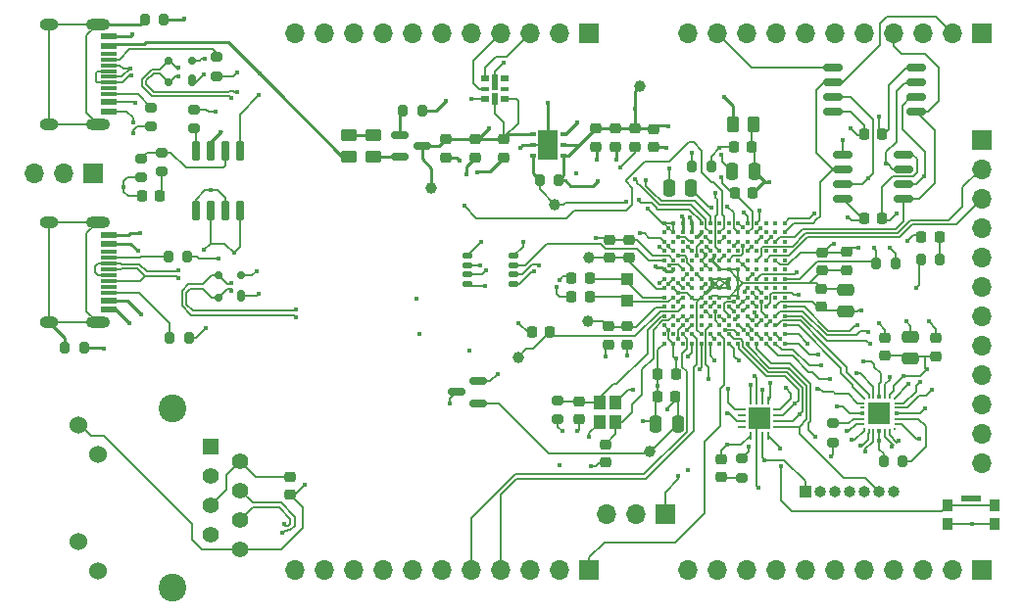
<source format=gbr>
%TF.GenerationSoftware,KiCad,Pcbnew,9.0.0*%
%TF.CreationDate,2025-04-18T01:08:42+10:00*%
%TF.ProjectId,Teensy_4.1_attempt_1,5465656e-7379-45f3-942e-315f61747465,rev?*%
%TF.SameCoordinates,Original*%
%TF.FileFunction,Copper,L1,Top*%
%TF.FilePolarity,Positive*%
%FSLAX46Y46*%
G04 Gerber Fmt 4.6, Leading zero omitted, Abs format (unit mm)*
G04 Created by KiCad (PCBNEW 9.0.0) date 2025-04-18 01:08:42*
%MOMM*%
%LPD*%
G01*
G04 APERTURE LIST*
G04 Aperture macros list*
%AMRoundRect*
0 Rectangle with rounded corners*
0 $1 Rounding radius*
0 $2 $3 $4 $5 $6 $7 $8 $9 X,Y pos of 4 corners*
0 Add a 4 corners polygon primitive as box body*
4,1,4,$2,$3,$4,$5,$6,$7,$8,$9,$2,$3,0*
0 Add four circle primitives for the rounded corners*
1,1,$1+$1,$2,$3*
1,1,$1+$1,$4,$5*
1,1,$1+$1,$6,$7*
1,1,$1+$1,$8,$9*
0 Add four rect primitives between the rounded corners*
20,1,$1+$1,$2,$3,$4,$5,0*
20,1,$1+$1,$4,$5,$6,$7,0*
20,1,$1+$1,$6,$7,$8,$9,0*
20,1,$1+$1,$8,$9,$2,$3,0*%
G04 Aperture macros list end*
%TA.AperFunction,SMDPad,CuDef*%
%ADD10RoundRect,0.225000X0.250000X-0.225000X0.250000X0.225000X-0.250000X0.225000X-0.250000X-0.225000X0*%
%TD*%
%TA.AperFunction,SMDPad,CuDef*%
%ADD11RoundRect,0.225000X0.225000X0.250000X-0.225000X0.250000X-0.225000X-0.250000X0.225000X-0.250000X0*%
%TD*%
%TA.AperFunction,SMDPad,CuDef*%
%ADD12RoundRect,0.200000X-0.275000X0.200000X-0.275000X-0.200000X0.275000X-0.200000X0.275000X0.200000X0*%
%TD*%
%TA.AperFunction,ComponentPad*%
%ADD13R,1.700000X1.700000*%
%TD*%
%TA.AperFunction,ComponentPad*%
%ADD14O,1.700000X1.700000*%
%TD*%
%TA.AperFunction,SMDPad,CuDef*%
%ADD15RoundRect,0.250000X-0.250000X-0.475000X0.250000X-0.475000X0.250000X0.475000X-0.250000X0.475000X0*%
%TD*%
%TA.AperFunction,SMDPad,CuDef*%
%ADD16RoundRect,0.200000X0.200000X0.275000X-0.200000X0.275000X-0.200000X-0.275000X0.200000X-0.275000X0*%
%TD*%
%TA.AperFunction,SMDPad,CuDef*%
%ADD17RoundRect,0.250000X0.262500X0.450000X-0.262500X0.450000X-0.262500X-0.450000X0.262500X-0.450000X0*%
%TD*%
%TA.AperFunction,SMDPad,CuDef*%
%ADD18RoundRect,0.200000X0.275000X-0.200000X0.275000X0.200000X-0.275000X0.200000X-0.275000X-0.200000X0*%
%TD*%
%TA.AperFunction,SMDPad,CuDef*%
%ADD19RoundRect,0.225000X-0.250000X0.225000X-0.250000X-0.225000X0.250000X-0.225000X0.250000X0.225000X0*%
%TD*%
%TA.AperFunction,SMDPad,CuDef*%
%ADD20R,1.000000X1.150000*%
%TD*%
%TA.AperFunction,SMDPad,CuDef*%
%ADD21RoundRect,0.150000X-0.675000X-0.150000X0.675000X-0.150000X0.675000X0.150000X-0.675000X0.150000X0*%
%TD*%
%TA.AperFunction,SMDPad,CuDef*%
%ADD22C,1.000000*%
%TD*%
%TA.AperFunction,ComponentPad*%
%ADD23R,1.408000X1.408000*%
%TD*%
%TA.AperFunction,ComponentPad*%
%ADD24C,1.408000*%
%TD*%
%TA.AperFunction,ComponentPad*%
%ADD25C,1.530000*%
%TD*%
%TA.AperFunction,ComponentPad*%
%ADD26C,2.400000*%
%TD*%
%TA.AperFunction,SMDPad,CuDef*%
%ADD27RoundRect,0.162500X-0.650000X-0.162500X0.650000X-0.162500X0.650000X0.162500X-0.650000X0.162500X0*%
%TD*%
%TA.AperFunction,SMDPad,CuDef*%
%ADD28RoundRect,0.062500X0.062500X-0.275000X0.062500X0.275000X-0.062500X0.275000X-0.062500X-0.275000X0*%
%TD*%
%TA.AperFunction,SMDPad,CuDef*%
%ADD29RoundRect,0.062500X0.275000X-0.062500X0.275000X0.062500X-0.275000X0.062500X-0.275000X-0.062500X0*%
%TD*%
%TA.AperFunction,HeatsinkPad*%
%ADD30R,1.900000X1.900000*%
%TD*%
%TA.AperFunction,SMDPad,CuDef*%
%ADD31RoundRect,0.250000X0.250000X0.475000X-0.250000X0.475000X-0.250000X-0.475000X0.250000X-0.475000X0*%
%TD*%
%TA.AperFunction,SMDPad,CuDef*%
%ADD32RoundRect,0.250000X-0.450000X0.262500X-0.450000X-0.262500X0.450000X-0.262500X0.450000X0.262500X0*%
%TD*%
%TA.AperFunction,SMDPad,CuDef*%
%ADD33R,1.450000X0.600000*%
%TD*%
%TA.AperFunction,SMDPad,CuDef*%
%ADD34R,1.450000X0.300000*%
%TD*%
%TA.AperFunction,HeatsinkPad*%
%ADD35O,2.100000X1.000000*%
%TD*%
%TA.AperFunction,HeatsinkPad*%
%ADD36O,1.600000X1.000000*%
%TD*%
%TA.AperFunction,SMDPad,CuDef*%
%ADD37RoundRect,0.200000X-0.200000X-0.275000X0.200000X-0.275000X0.200000X0.275000X-0.200000X0.275000X0*%
%TD*%
%TA.AperFunction,SMDPad,CuDef*%
%ADD38RoundRect,0.218750X0.256250X-0.218750X0.256250X0.218750X-0.256250X0.218750X-0.256250X-0.218750X0*%
%TD*%
%TA.AperFunction,SMDPad,CuDef*%
%ADD39R,0.630000X0.450000*%
%TD*%
%TA.AperFunction,SMDPad,CuDef*%
%ADD40R,1.700000X2.600000*%
%TD*%
%TA.AperFunction,SMDPad,CuDef*%
%ADD41R,0.800000X0.500000*%
%TD*%
%TA.AperFunction,SMDPad,CuDef*%
%ADD42R,0.500000X1.000000*%
%TD*%
%TA.AperFunction,SMDPad,CuDef*%
%ADD43R,0.800000X0.300000*%
%TD*%
%TA.AperFunction,SMDPad,CuDef*%
%ADD44R,0.500000X1.480000*%
%TD*%
%TA.AperFunction,SMDPad,CuDef*%
%ADD45RoundRect,0.020000X0.380000X0.180000X-0.380000X0.180000X-0.380000X-0.180000X0.380000X-0.180000X0*%
%TD*%
%TA.AperFunction,SMDPad,CuDef*%
%ADD46RoundRect,0.150000X-0.150000X0.725000X-0.150000X-0.725000X0.150000X-0.725000X0.150000X0.725000X0*%
%TD*%
%TA.AperFunction,SMDPad,CuDef*%
%ADD47RoundRect,0.175000X0.175000X0.325000X-0.175000X0.325000X-0.175000X-0.325000X0.175000X-0.325000X0*%
%TD*%
%TA.AperFunction,SMDPad,CuDef*%
%ADD48RoundRect,0.150000X0.200000X0.150000X-0.200000X0.150000X-0.200000X-0.150000X0.200000X-0.150000X0*%
%TD*%
%TA.AperFunction,SMDPad,CuDef*%
%ADD49RoundRect,0.250000X0.450000X-0.262500X0.450000X0.262500X-0.450000X0.262500X-0.450000X-0.262500X0*%
%TD*%
%TA.AperFunction,SMDPad,CuDef*%
%ADD50C,0.390000*%
%TD*%
%TA.AperFunction,SMDPad,CuDef*%
%ADD51RoundRect,0.250000X-0.475000X0.250000X-0.475000X-0.250000X0.475000X-0.250000X0.475000X0.250000X0*%
%TD*%
%TA.AperFunction,SMDPad,CuDef*%
%ADD52RoundRect,0.218750X-0.218750X-0.256250X0.218750X-0.256250X0.218750X0.256250X-0.218750X0.256250X0*%
%TD*%
%TA.AperFunction,SMDPad,CuDef*%
%ADD53RoundRect,0.225000X-0.225000X-0.250000X0.225000X-0.250000X0.225000X0.250000X-0.225000X0.250000X0*%
%TD*%
%TA.AperFunction,SMDPad,CuDef*%
%ADD54R,0.900000X1.000000*%
%TD*%
%TA.AperFunction,SMDPad,CuDef*%
%ADD55R,1.700000X0.550000*%
%TD*%
%TA.AperFunction,SMDPad,CuDef*%
%ADD56RoundRect,0.150000X0.587500X0.150000X-0.587500X0.150000X-0.587500X-0.150000X0.587500X-0.150000X0*%
%TD*%
%TA.AperFunction,SMDPad,CuDef*%
%ADD57R,1.100000X1.050000*%
%TD*%
%TA.AperFunction,ComponentPad*%
%ADD58R,1.000000X1.000000*%
%TD*%
%TA.AperFunction,ComponentPad*%
%ADD59O,1.000000X1.000000*%
%TD*%
%TA.AperFunction,SMDPad,CuDef*%
%ADD60RoundRect,0.218750X0.218750X0.256250X-0.218750X0.256250X-0.218750X-0.256250X0.218750X-0.256250X0*%
%TD*%
%TA.AperFunction,SMDPad,CuDef*%
%ADD61R,0.450000X0.200000*%
%TD*%
%TA.AperFunction,SMDPad,CuDef*%
%ADD62R,0.450000X0.400000*%
%TD*%
%TA.AperFunction,SMDPad,CuDef*%
%ADD63R,0.250000X0.250000*%
%TD*%
%TA.AperFunction,SMDPad,CuDef*%
%ADD64R,0.200000X0.450000*%
%TD*%
%TA.AperFunction,SMDPad,CuDef*%
%ADD65R,0.400000X0.450000*%
%TD*%
%TA.AperFunction,SMDPad,CuDef*%
%ADD66R,1.900000X1.900000*%
%TD*%
%TA.AperFunction,ComponentPad*%
%ADD67C,0.400000*%
%TD*%
%TA.AperFunction,SMDPad,CuDef*%
%ADD68RoundRect,0.250000X0.475000X-0.250000X0.475000X0.250000X-0.475000X0.250000X-0.475000X-0.250000X0*%
%TD*%
%TA.AperFunction,SMDPad,CuDef*%
%ADD69RoundRect,0.150000X-0.587500X-0.150000X0.587500X-0.150000X0.587500X0.150000X-0.587500X0.150000X0*%
%TD*%
%TA.AperFunction,ViaPad*%
%ADD70C,0.450000*%
%TD*%
%TA.AperFunction,Conductor*%
%ADD71C,0.200000*%
%TD*%
%TA.AperFunction,Conductor*%
%ADD72C,0.155000*%
%TD*%
%TA.AperFunction,Conductor*%
%ADD73C,0.250000*%
%TD*%
%TA.AperFunction,Conductor*%
%ADD74C,0.225000*%
%TD*%
%TA.AperFunction,Conductor*%
%ADD75C,0.202500*%
%TD*%
%TA.AperFunction,Conductor*%
%ADD76C,0.198900*%
%TD*%
G04 APERTURE END LIST*
D10*
%TO.P,C15,1*%
%TO.N,/SOC_CAP_NET*%
X166860000Y-75120000D03*
%TO.P,C15,2*%
%TO.N,GND*%
X166860000Y-73570000D03*
%TD*%
D11*
%TO.P,C32,1*%
%TO.N,+3V3*%
X169955000Y-70650000D03*
%TO.P,C32,2*%
%TO.N,GND*%
X168405000Y-70650000D03*
%TD*%
D12*
%TO.P,R17,1*%
%TO.N,Net-(U5-LED0{slash}S(ANEG_DIS))*%
X165710000Y-88400000D03*
%TO.P,R17,2*%
%TO.N,/LED*%
X165710000Y-90050000D03*
%TD*%
D13*
%TO.P,J6,1,Pin_1*%
%TO.N,/D16_A2*%
X151215000Y-96200000D03*
D14*
%TO.P,J6,2,Pin_2*%
%TO.N,/D38_A14*%
X148675000Y-96200000D03*
%TO.P,J6,3,Pin_3*%
%TO.N,/D24_A10*%
X146135000Y-96200000D03*
%TD*%
D15*
%TO.P,L1,1,1*%
%TO.N,Net-(L1-Pad1)*%
X151530000Y-68010000D03*
%TO.P,L1,2,2*%
%TO.N,/SOC_CAP_NET*%
X153430000Y-68010000D03*
%TD*%
D16*
%TO.P,R5,1*%
%TO.N,GND*%
X107885000Y-53480000D03*
%TO.P,R5,2*%
%TO.N,Net-(USB_UFP1-SHIELD)*%
X106235000Y-53480000D03*
%TD*%
D17*
%TO.P,FB2,1*%
%TO.N,Net-(C20-Pad1)*%
X158882500Y-62510000D03*
%TO.P,FB2,2*%
%TO.N,+3V3*%
X157057500Y-62510000D03*
%TD*%
D10*
%TO.P,C24,1*%
%TO.N,Net-(U1B-VDD_HIGH_CAP)*%
X146440000Y-74080000D03*
%TO.P,C24,2*%
%TO.N,GND*%
X146440000Y-72530000D03*
%TD*%
%TO.P,C9,1*%
%TO.N,GND*%
X143745000Y-88015000D03*
%TO.P,C9,2*%
%TO.N,Net-(U1B-XTALI)*%
X143745000Y-86465000D03*
%TD*%
D18*
%TO.P,R7,1*%
%TO.N,+5VD*%
X105930000Y-67110000D03*
%TO.P,R7,2*%
%TO.N,Net-(U4-Fault)*%
X105930000Y-65460000D03*
%TD*%
D19*
%TO.P,C1,1*%
%TO.N,+5V*%
X132260000Y-63825000D03*
%TO.P,C1,2*%
%TO.N,GND*%
X132260000Y-65375000D03*
%TD*%
D20*
%TO.P,Y1,1,1*%
%TO.N,Net-(U1B-XTALI)*%
X145545000Y-86545000D03*
%TO.P,Y1,2,2*%
%TO.N,GND*%
X145545000Y-88295000D03*
%TO.P,Y1,3,3*%
%TO.N,Net-(U1B-XTALO)*%
X146945000Y-88295000D03*
%TO.P,Y1,4,4*%
%TO.N,GND*%
X146945000Y-86545000D03*
%TD*%
D18*
%TO.P,R2,1*%
%TO.N,GND*%
X106800000Y-62715000D03*
%TO.P,R2,2*%
%TO.N,Net-(USB_UFP1-CC2)*%
X106800000Y-61065000D03*
%TD*%
D21*
%TO.P,U7,1,CS*%
%TO.N,/D48*%
X166525000Y-65145000D03*
%TO.P,U7,2,D1*%
%TO.N,/D49*%
X166525000Y-66415000D03*
%TO.P,U7,3,D2*%
%TO.N,/D50*%
X166525000Y-67685000D03*
%TO.P,U7,4,VSS*%
%TO.N,GND*%
X166525000Y-68955000D03*
%TO.P,U7,5,D0*%
%TO.N,/D52*%
X171775000Y-68955000D03*
%TO.P,U7,6,CLK*%
%TO.N,/D53*%
X171775000Y-67685000D03*
%TO.P,U7,7,D3*%
%TO.N,/D54*%
X171775000Y-66415000D03*
%TO.P,U7,8,VCC*%
%TO.N,+3V3*%
X171775000Y-65145000D03*
%TD*%
D19*
%TO.P,C5,1*%
%TO.N,+3V3*%
X146880000Y-62905000D03*
%TO.P,C5,2*%
%TO.N,GND*%
X146880000Y-64455000D03*
%TD*%
D22*
%TO.P,TP3,1,1*%
%TO.N,/PMIC_ON_REQ_PWR_SEQ*%
X141680000Y-69450000D03*
%TD*%
D13*
%TO.P,J4,1,Pin_1*%
%TO.N,+3V3*%
X178600000Y-101030000D03*
D14*
%TO.P,J4,2,Pin_2*%
%TO.N,/D8*%
X176060000Y-101030000D03*
%TO.P,J4,3,Pin_3*%
%TO.N,/D7*%
X173520000Y-101030000D03*
%TO.P,J4,4,Pin_4*%
%TO.N,/D36*%
X170980000Y-101030000D03*
%TO.P,J4,5,Pin_5*%
%TO.N,/D37*%
X168440000Y-101030000D03*
%TO.P,J4,6,Pin_6*%
%TO.N,/D35*%
X165900000Y-101030000D03*
%TO.P,J4,7,Pin_7*%
%TO.N,/D34*%
X163360000Y-101030000D03*
%TO.P,J4,8,Pin_8*%
%TO.N,/D27_A13*%
X160820000Y-101030000D03*
%TO.P,J4,9,Pin_9*%
%TO.N,/D21_A7*%
X158280000Y-101030000D03*
%TO.P,J4,10,Pin_10*%
%TO.N,/D17_A3*%
X155740000Y-101030000D03*
%TO.P,J4,11,Pin_11*%
%TO.N,/D19_A5*%
X153200000Y-101030000D03*
%TD*%
D23*
%TO.P,P1,1,TD+*%
%TO.N,/T +*%
X111930000Y-90375000D03*
D24*
%TO.P,P1,2,TCT*%
%TO.N,Net-(P1-RCT)*%
X114470000Y-91645000D03*
%TO.P,P1,3,TD-*%
%TO.N,/T -*%
X111930000Y-92915000D03*
%TO.P,P1,4,RD+*%
%TO.N,/R +*%
X114470000Y-94185000D03*
%TO.P,P1,5,RCT*%
%TO.N,Net-(P1-RCT)*%
X111930000Y-95455000D03*
%TO.P,P1,6,RD-*%
%TO.N,/R -*%
X114470000Y-96725000D03*
%TO.P,P1,7,NC*%
%TO.N,unconnected-(P1-NC-Pad7)*%
X111930000Y-97995000D03*
%TO.P,P1,8,GH_GND@1*%
%TO.N,GND*%
X114470000Y-99265000D03*
D25*
%TO.P,P1,9,GRN-*%
X100500000Y-88495000D03*
%TO.P,P1,10,GRN+*%
%TO.N,/LED*%
X102200000Y-91062000D03*
%TO.P,P1,11,YLW-*%
%TO.N,unconnected-(P1-YLW--Pad11)*%
X100500000Y-98578000D03*
%TO.P,P1,12,YLW+*%
%TO.N,unconnected-(P1-YLW+-Pad12)*%
X102200000Y-101145000D03*
D26*
%TO.P,P1,13,CH_GND@2*%
%TO.N,unconnected-(P1-CH_GND@2-Pad13)*%
X108630000Y-87070000D03*
%TO.P,P1,14,CH_GND@3*%
%TO.N,unconnected-(P1-CH_GND@3-Pad14)*%
X108630000Y-102570000D03*
%TD*%
D27*
%TO.P,U8,1,CS*%
%TO.N,/D51*%
X165712500Y-57635000D03*
%TO.P,U8,2,D1*%
%TO.N,/D49*%
X165712500Y-58905000D03*
%TO.P,U8,3,D2*%
%TO.N,/D50*%
X165712500Y-60175000D03*
%TO.P,U8,4,VSS*%
%TO.N,GND*%
X165712500Y-61445000D03*
%TO.P,U8,5,D0*%
%TO.N,/D52*%
X172887500Y-61445000D03*
%TO.P,U8,6,CLK*%
%TO.N,/D53*%
X172887500Y-60175000D03*
%TO.P,U8,7,D3*%
%TO.N,/D54*%
X172887500Y-58905000D03*
%TO.P,U8,8,VCC*%
%TO.N,+3V3*%
X172887500Y-57635000D03*
%TD*%
D28*
%TO.P,U3,1,VDD/VREFH*%
%TO.N,+3V3*%
X158577500Y-89432500D03*
%TO.P,U3,2,VSS/VREFL*%
%TO.N,GND*%
X159077500Y-89432500D03*
%TO.P,U3,3,PTA3*%
%TO.N,/DCDC_PSWITCH*%
X159577500Y-89432500D03*
%TO.P,U3,4,PTA4*%
%TO.N,Net-(U1A-GPIO_AD_B0_04)*%
X160077500Y-89432500D03*
D29*
%TO.P,U3,5,PTA5*%
%TO.N,/JTAG_TMS*%
X160840000Y-88670000D03*
%TO.P,U3,6,PTA6*%
%TO.N,/JTAG_TDO*%
X160840000Y-88170000D03*
%TO.P,U3,7,PTA7/IRQ_4*%
%TO.N,/JTAG_TDI*%
X160840000Y-87670000D03*
%TO.P,U3,8,PTB0/IRQ_5*%
%TO.N,/JTAG_TCK*%
X160840000Y-87170000D03*
D28*
%TO.P,U3,9,PTB1/IRQ_6*%
%TO.N,Net-(U1A-POR_B)*%
X160077500Y-86407500D03*
%TO.P,U3,10,PTB2/IRQ_7*%
%TO.N,Net-(U3-PTB2{slash}IRQ_7)*%
X159577500Y-86407500D03*
%TO.P,U3,11,PTB3/IRQ_10*%
%TO.N,Net-(U3-PTB3{slash}IRQ_10)*%
X159077500Y-86407500D03*
%TO.P,U3,12,PTB4/IRQ_11*%
%TO.N,Net-(U1A-GPIO_B0_13)*%
X158577500Y-86407500D03*
D29*
%TO.P,U3,13,PTB5/IRQ_12*%
%TO.N,/JTAG_MOD*%
X157815000Y-87170000D03*
%TO.P,U3,14,PTA0/IRQ_0*%
%TO.N,unconnected-(U3-PTA0{slash}IRQ_0-Pad14)*%
X157815000Y-87670000D03*
%TO.P,U3,15,PTA1/IRQ_1/LPTMR0_ALT1*%
%TO.N,Net-(U1A-GPIO_EMC_01)*%
X157815000Y-88170000D03*
%TO.P,U3,16,PTA2*%
%TO.N,unconnected-(U3-PTA2-Pad16)*%
X157815000Y-88670000D03*
D30*
%TO.P,U3,17,EPAD*%
%TO.N,GND*%
X159327500Y-87920000D03*
%TD*%
D31*
%TO.P,C18,1*%
%TO.N,Net-(U1B-VDD_USB_CAP)*%
X152295000Y-88430000D03*
%TO.P,C18,2*%
%TO.N,GND*%
X150395000Y-88430000D03*
%TD*%
D11*
%TO.P,C22,1*%
%TO.N,Net-(C20-Pad1)*%
X158715000Y-64510000D03*
%TO.P,C22,2*%
%TO.N,GND*%
X157165000Y-64510000D03*
%TD*%
D32*
%TO.P,FB1,1*%
%TO.N,Net-(F1-Pad2)*%
X126023750Y-63480000D03*
%TO.P,FB1,2*%
%TO.N,Net-(Q1-D)*%
X126023750Y-65305000D03*
%TD*%
D33*
%TO.P,USB_DFP1,A1,GND*%
%TO.N,GND*%
X103095000Y-72070000D03*
%TO.P,USB_DFP1,A4,POW*%
%TO.N,+5VL*%
X103095000Y-72870000D03*
D34*
%TO.P,USB_DFP1,A5,CC1*%
%TO.N,Net-(USB_DFP1-CC1)*%
X103095000Y-74070000D03*
%TO.P,USB_DFP1,A6,D+*%
%TO.N,/USB2_DP*%
X103095000Y-75070000D03*
%TO.P,USB_DFP1,A7,D-*%
%TO.N,/USB2_DN*%
X103095000Y-75570000D03*
%TO.P,USB_DFP1,A8,SBU1*%
%TO.N,unconnected-(USB_DFP1-SBU1-PadA8)*%
X103095000Y-76570000D03*
D33*
%TO.P,USB_DFP1,A9,POW*%
%TO.N,+5VL*%
X103095000Y-77770000D03*
%TO.P,USB_DFP1,A12,GND*%
%TO.N,GND*%
X103095000Y-78570000D03*
%TO.P,USB_DFP1,B1,GND*%
X103095000Y-78570000D03*
%TO.P,USB_DFP1,B4,POW*%
%TO.N,+5VL*%
X103095000Y-77770000D03*
D34*
%TO.P,USB_DFP1,B5,CC2*%
%TO.N,Net-(USB_DFP1-CC2)*%
X103095000Y-77070000D03*
%TO.P,USB_DFP1,B6,D+*%
%TO.N,/USB2_DP*%
X103095000Y-76070000D03*
%TO.P,USB_DFP1,B7,D-*%
%TO.N,/USB2_DN*%
X103095000Y-74570000D03*
%TO.P,USB_DFP1,B8,SBU2*%
%TO.N,unconnected-(USB_DFP1-SBU2-PadB8)*%
X103095000Y-73570000D03*
D33*
%TO.P,USB_DFP1,B9,POW*%
%TO.N,+5VL*%
X103095000Y-72870000D03*
%TO.P,USB_DFP1,B12,GND*%
%TO.N,GND*%
X103095000Y-72070000D03*
D35*
%TO.P,USB_DFP1,S1,SHIELD*%
%TO.N,Net-(USB_DFP1-SHIELD)*%
X102180000Y-71000000D03*
D36*
X98000000Y-71000000D03*
D35*
X102180000Y-79640000D03*
D36*
X98000000Y-79640000D03*
%TD*%
D13*
%TO.P,J3,1,Pin_1*%
%TO.N,+3V3*%
X178600000Y-63875000D03*
D14*
%TO.P,J3,2,Pin_2*%
%TO.N,/D28*%
X178600000Y-66415000D03*
%TO.P,J3,3,Pin_3*%
%TO.N,/D29*%
X178600000Y-68955000D03*
%TO.P,J3,4,Pin_4*%
%TO.N,/D12*%
X178600000Y-71495000D03*
%TO.P,J3,5,Pin_5*%
%TO.N,/D10*%
X178600000Y-74035000D03*
%TO.P,J3,6,Pin_6*%
%TO.N,/D11*%
X178600000Y-76575000D03*
%TO.P,J3,7,Pin_7*%
%TO.N,/D13*%
X178600000Y-79115000D03*
%TO.P,J3,8,Pin_8*%
%TO.N,/D6*%
X178600000Y-81655000D03*
%TO.P,J3,9,Pin_9*%
%TO.N,/D32*%
X178600000Y-84195000D03*
%TO.P,J3,10,Pin_10*%
%TO.N,/D9*%
X178600000Y-86735000D03*
%TO.P,J3,11,Pin_11*%
%TO.N,/D0*%
X178600000Y-89275000D03*
%TO.P,J3,12,Pin_12*%
%TO.N,GND*%
X178600000Y-91815000D03*
%TD*%
D10*
%TO.P,C27,1*%
%TO.N,+3V3*%
X170210000Y-82520000D03*
%TO.P,C27,2*%
%TO.N,GND*%
X170210000Y-80970000D03*
%TD*%
D37*
%TO.P,R15,1*%
%TO.N,/D13*%
X173295000Y-74190000D03*
%TO.P,R15,2*%
%TO.N,Net-(D3-A)*%
X174945000Y-74190000D03*
%TD*%
D38*
%TO.P,D4,1,K*%
%TO.N,Net-(D4-K)*%
X156080000Y-93030000D03*
%TO.P,D4,2,A*%
%TO.N,+3V3*%
X156080000Y-91455000D03*
%TD*%
D39*
%TO.P,NCP692,1,IN*%
%TO.N,+5V*%
X139765000Y-63381000D03*
%TO.P,NCP692,2,GND*%
%TO.N,GND*%
X139765000Y-64331000D03*
%TO.P,NCP692,3,EN*%
%TO.N,/PMIC_ON_REQ_PWR_SEQ*%
X139765000Y-65281000D03*
%TO.P,NCP692,4,OUT*%
%TO.N,+3V3*%
X142445000Y-65281000D03*
%TO.P,NCP692,5,SNS*%
X142445000Y-64331000D03*
%TO.P,NCP692,6,IN*%
%TO.N,+5V*%
X142445000Y-63381000D03*
D40*
%TO.P,NCP692,7,GND*%
%TO.N,GND*%
X141105000Y-64331000D03*
%TD*%
D11*
%TO.P,C31,1*%
%TO.N,+3V3*%
X169925000Y-63420000D03*
%TO.P,C31,2*%
%TO.N,GND*%
X168375000Y-63420000D03*
%TD*%
D19*
%TO.P,C7,1*%
%TO.N,+3V3*%
X150200000Y-62925000D03*
%TO.P,C7,2*%
%TO.N,GND*%
X150200000Y-64475000D03*
%TD*%
D16*
%TO.P,R9,1*%
%TO.N,GND*%
X100995000Y-81880000D03*
%TO.P,R9,2*%
%TO.N,Net-(USB_DFP1-SHIELD)*%
X99345000Y-81880000D03*
%TD*%
D10*
%TO.P,C16,1*%
%TO.N,/SOC_CAP_NET*%
X164740000Y-75160000D03*
%TO.P,C16,2*%
%TO.N,GND*%
X164740000Y-73610000D03*
%TD*%
D41*
%TO.P,U2,1,VDD*%
%TO.N,+5V*%
X137350000Y-60375000D03*
D42*
X136500000Y-60305000D03*
D43*
%TO.P,U2,2,CKO*%
%TO.N,unconnected-(U2-CKO-Pad2)*%
X137350000Y-59475000D03*
D41*
%TO.P,U2,3,SDO*%
%TO.N,unconnected-(U2-SDO-Pad3)*%
X137350000Y-58575000D03*
%TO.P,U2,4,SDI*%
%TO.N,/D2*%
X135650000Y-58575000D03*
D43*
%TO.P,U2,5,CKI*%
%TO.N,/D5*%
X135650000Y-59475000D03*
D44*
%TO.P,U2,6,GND*%
%TO.N,GND*%
X136500000Y-58885000D03*
D41*
X135650000Y-60375000D03*
%TD*%
D10*
%TO.P,C8,1*%
%TO.N,GND*%
X146060000Y-91745000D03*
%TO.P,C8,2*%
%TO.N,Net-(U1B-XTALO)*%
X146060000Y-90195000D03*
%TD*%
D19*
%TO.P,C3,1*%
%TO.N,+5V*%
X137280000Y-63825000D03*
%TO.P,C3,2*%
%TO.N,GND*%
X137280000Y-65375000D03*
%TD*%
D18*
%TO.P,R1,1*%
%TO.N,GND*%
X112480000Y-58365000D03*
%TO.P,R1,2*%
%TO.N,Net-(USB_UFP1-CC1)*%
X112480000Y-56715000D03*
%TD*%
D16*
%TO.P,R3,1*%
%TO.N,GND*%
X130205000Y-61375000D03*
%TO.P,R3,2*%
%TO.N,Net-(Q1-G)*%
X128555000Y-61375000D03*
%TD*%
D11*
%TO.P,C17,1*%
%TO.N,+3V3*%
X152130000Y-84160000D03*
%TO.P,C17,2*%
%TO.N,GND*%
X150580000Y-84160000D03*
%TD*%
D45*
%TO.P,U6,1,CS*%
%TO.N,Net-(U1A-GPIO_SD_B1_06)*%
X134120000Y-73920000D03*
%TO.P,U6,2,D1*%
%TO.N,Net-(U1A-GPIO_SD_B1_09)*%
X134120000Y-74720000D03*
%TO.P,U6,3,D2*%
%TO.N,Net-(U1A-GPIO_SD_B1_10)*%
X134120000Y-75520000D03*
%TO.P,U6,4,GND*%
%TO.N,GND*%
X134120000Y-76320000D03*
%TO.P,U6,5,D0*%
%TO.N,Net-(U1A-GPIO_SD_B1_08)*%
X138120000Y-76320000D03*
%TO.P,U6,6,CLK*%
%TO.N,Net-(U1A-GPIO_SD_B1_07)*%
X138120000Y-75520000D03*
%TO.P,U6,7,D3*%
%TO.N,Net-(U1A-GPIO_SD_B1_11)*%
X138120000Y-74720000D03*
%TO.P,U6,8,VDD*%
%TO.N,+3V3*%
X138120000Y-73920000D03*
%TD*%
D16*
%TO.P,R18,1*%
%TO.N,Net-(U5-RBIAS)*%
X171715000Y-91630000D03*
%TO.P,R18,2*%
%TO.N,GND*%
X170065000Y-91630000D03*
%TD*%
D18*
%TO.P,R8,1*%
%TO.N,Net-(D2-K)*%
X107670000Y-66610000D03*
%TO.P,R8,2*%
%TO.N,Net-(U4-Fault)*%
X107670000Y-64960000D03*
%TD*%
D22*
%TO.P,TP5,1,1*%
%TO.N,Net-(U1B-VDD_SNVS_CAP)*%
X138510000Y-82660000D03*
%TD*%
D46*
%TO.P,U4,1,ON*%
%TO.N,Net-(U1B-GPIO_EMC_40)*%
X114465000Y-64865000D03*
%TO.P,U4,2,Fault*%
%TO.N,Net-(U4-Fault)*%
X113195000Y-64865000D03*
%TO.P,U4,3,GND*%
%TO.N,GND*%
X111925000Y-64865000D03*
%TO.P,U4,4,ISET*%
%TO.N,Net-(U4-ISET)*%
X110655000Y-64865000D03*
%TO.P,U4,5,IN*%
%TO.N,+5VD*%
X110655000Y-70015000D03*
%TO.P,U4,6,OUT*%
%TO.N,+5VL*%
X111925000Y-70015000D03*
%TO.P,U4,7,IN*%
%TO.N,+5VD*%
X113195000Y-70015000D03*
%TO.P,U4,8,OUT*%
%TO.N,+5VL*%
X114465000Y-70015000D03*
%TD*%
D22*
%TO.P,TP1,1,1*%
%TO.N,+5V*%
X131025000Y-68060000D03*
%TD*%
D47*
%TO.P,Di3,1,A*%
%TO.N,GND*%
X114590000Y-77312500D03*
D48*
%TO.P,Di3,2,K*%
%TO.N,+5VL*%
X114590000Y-75612500D03*
%TO.P,Di3,3,K*%
%TO.N,/USB2_DN*%
X112590000Y-75612500D03*
%TO.P,Di3,4,K*%
%TO.N,/USB2_DP*%
X112590000Y-77512500D03*
%TD*%
D49*
%TO.P,F1,1*%
%TO.N,+5VD*%
X123883750Y-65292500D03*
%TO.P,F1,2*%
%TO.N,Net-(F1-Pad2)*%
X123883750Y-63467500D03*
%TD*%
D50*
%TO.P,U1,A1,VSS*%
%TO.N,GND*%
X161520000Y-71090000D03*
%TO.P,U1,A2,GPIO_EMC_27*%
%TO.N,/D49*%
X161520000Y-71890000D03*
%TO.P,U1,A3,GPIO_EMC_20*%
%TO.N,unconnected-(U1B-GPIO_EMC_20-PadA3)*%
X161520000Y-72690000D03*
%TO.P,U1,A4,GPIO_EMC_17*%
%TO.N,unconnected-(U1B-GPIO_EMC_17-PadA4)*%
X161520000Y-73490000D03*
%TO.P,U1,A5,GPIO_EMC_16*%
%TO.N,unconnected-(U1B-GPIO_EMC_16-PadA5)*%
X161520000Y-74290000D03*
%TO.P,U1,A6,GPIO_EMC_13*%
%TO.N,unconnected-(U1B-GPIO_EMC_13-PadA6)*%
X161520000Y-75090000D03*
%TO.P,U1,A7,GPIO_EMC_40*%
%TO.N,Net-(U1B-GPIO_EMC_40)*%
X161520000Y-75890000D03*
%TO.P,U1,A8,GPIO_B0_06*%
%TO.N,unconnected-(U1A-GPIO_B0_06-PadA8)*%
X161520000Y-76690000D03*
%TO.P,U1,A9,GPIO_B0_07*%
%TO.N,unconnected-(U1A-GPIO_B0_07-PadA9)*%
X161520000Y-77490000D03*
%TO.P,U1,A10,GPIO_B0_11*%
%TO.N,/D9*%
X161520000Y-78290000D03*
%TO.P,U1,A11,GPIO_B1_00*%
%TO.N,/D8*%
X161520000Y-79090000D03*
%TO.P,U1,A12,GPIO_B1_08*%
%TO.N,Net-(U1B-GPIO_B1_08)*%
X161520000Y-79890000D03*
%TO.P,U1,A13,GPIO_B1_09*%
%TO.N,Net-(U1B-GPIO_B1_09)*%
X161520000Y-80690000D03*
%TO.P,U1,A14,VSS*%
%TO.N,GND*%
X161520000Y-81490000D03*
%TO.P,U1,B1,GPIO_EMC_15*%
%TO.N,unconnected-(U1B-GPIO_EMC_15-PadB1)*%
X160720000Y-71090000D03*
%TO.P,U1,B2,GPIO_EMC_18*%
%TO.N,unconnected-(U1B-GPIO_EMC_18-PadB2)*%
X160720000Y-71890000D03*
%TO.P,U1,B3,GPIO_EMC_26*%
%TO.N,/D52*%
X160720000Y-72690000D03*
%TO.P,U1,B4,GPIO_EMC_19*%
%TO.N,unconnected-(U1B-GPIO_EMC_19-PadB4)*%
X160720000Y-73490000D03*
%TO.P,U1,B5,VSS*%
%TO.N,GND*%
X160720000Y-74290000D03*
%TO.P,U1,B6,GPIO_EMC_14*%
%TO.N,unconnected-(U1B-GPIO_EMC_14-PadB6)*%
X160720000Y-75090000D03*
%TO.P,U1,B7,GPIO_EMC_39*%
%TO.N,unconnected-(U1B-GPIO_EMC_39-PadB7)*%
X160720000Y-75890000D03*
%TO.P,U1,B8,GPIO_B0_05*%
%TO.N,unconnected-(U1A-GPIO_B0_05-PadB8)*%
X160720000Y-76690000D03*
%TO.P,U1,B9,GPIO_B0_08*%
%TO.N,unconnected-(U1A-GPIO_B0_08-PadB9)*%
X160720000Y-77490000D03*
%TO.P,U1,B10,VSS*%
%TO.N,GND*%
X160720000Y-78290000D03*
%TO.P,U1,B11,GPIO_B1_01*%
%TO.N,/D7*%
X160720000Y-79090000D03*
%TO.P,U1,B12,GPIO_B1_07*%
%TO.N,Net-(U1B-GPIO_B1_07)*%
X160720000Y-79890000D03*
%TO.P,U1,B13,GPIO_B1_10*%
%TO.N,Net-(U1B-GPIO_B1_10)*%
X160720000Y-80690000D03*
%TO.P,U1,B14,GPIO_B1_15*%
%TO.N,Net-(U1B-GPIO_B1_15)*%
X160720000Y-81490000D03*
%TO.P,U1,C1,GPIO_EMC_21*%
%TO.N,unconnected-(U1B-GPIO_EMC_21-PadC1)*%
X159920000Y-71090000D03*
%TO.P,U1,C2,GPIO_EMC_09*%
%TO.N,unconnected-(U1B-GPIO_EMC_09-PadC2)*%
X159920000Y-71890000D03*
%TO.P,U1,C3,GPIO_EMC_36*%
%TO.N,/D31*%
X159920000Y-72690000D03*
%TO.P,U1,C4,GPIO_EMC_33*%
%TO.N,unconnected-(U1B-GPIO_EMC_33-PadC4)*%
X159920000Y-73490000D03*
%TO.P,U1,C5,GPIO_EMC_31*%
%TO.N,/D29*%
X159920000Y-74290000D03*
%TO.P,U1,C6,GPIO_EMC_30*%
%TO.N,unconnected-(U1B-GPIO_EMC_30-PadC6)*%
X159920000Y-75090000D03*
%TO.P,U1,C7,GPIO_EMC_41*%
%TO.N,unconnected-(U1B-GPIO_EMC_41-PadC7)*%
X159920000Y-75890000D03*
%TO.P,U1,C8,GPIO_B0_04*%
%TO.N,unconnected-(U1A-GPIO_B0_04-PadC8)*%
X159920000Y-76690000D03*
%TO.P,U1,C9,GPIO_B0_09*%
%TO.N,unconnected-(U1A-GPIO_B0_09-PadC9)*%
X159920000Y-77490000D03*
%TO.P,U1,C10,GPIO_B0_12*%
%TO.N,/D32*%
X159920000Y-78290000D03*
%TO.P,U1,C11,GPIO_B1_02*%
%TO.N,/D36*%
X159920000Y-79090000D03*
%TO.P,U1,C12,GPIO_B1_06*%
%TO.N,Net-(U1B-GPIO_B1_06)*%
X159920000Y-79890000D03*
%TO.P,U1,C13,GPIO_B1_11*%
%TO.N,Net-(U1B-GPIO_B1_11)*%
X159920000Y-80690000D03*
%TO.P,U1,C14,GPIO_B1_14*%
%TO.N,Net-(U1B-GPIO_B1_14)*%
X159920000Y-81490000D03*
%TO.P,U1,D1,GPIO_EMC_28*%
%TO.N,/D50*%
X159120000Y-71090000D03*
%TO.P,U1,D2,GPIO_EMC_25*%
%TO.N,/D53*%
X159120000Y-71890000D03*
%TO.P,U1,D3,GPIO_EMC_24*%
%TO.N,/D48*%
X159120000Y-72690000D03*
%TO.P,U1,D4,GPIO_EMC_34*%
%TO.N,unconnected-(U1B-GPIO_EMC_34-PadD4)*%
X159120000Y-73490000D03*
%TO.P,U1,D5,GPIO_EMC_32*%
%TO.N,/D28*%
X159120000Y-74290000D03*
%TO.P,U1,D6,GPIO_EMC_38*%
%TO.N,unconnected-(U1B-GPIO_EMC_38-PadD6)*%
X159120000Y-75090000D03*
%TO.P,U1,D7,GPIO_B0_00*%
%TO.N,/D10*%
X159120000Y-75890000D03*
%TO.P,U1,D8,GPIO_B0_03*%
%TO.N,/D13*%
X159120000Y-76690000D03*
%TO.P,U1,D9,GPIO_B0_10*%
%TO.N,/D6*%
X159120000Y-77490000D03*
%TO.P,U1,D10,GPIO_B0_13*%
%TO.N,Net-(U1A-GPIO_B0_13)*%
X159120000Y-78290000D03*
%TO.P,U1,D11,GPIO_B1_03*%
%TO.N,/D37*%
X159120000Y-79090000D03*
%TO.P,U1,D12,GPIO_B1_05*%
%TO.N,Net-(U1B-GPIO_B1_05)*%
X159120000Y-79890000D03*
%TO.P,U1,D13,GPIO_B1_12*%
%TO.N,/D35*%
X159120000Y-80690000D03*
%TO.P,U1,D14,GPIO_B1_13*%
%TO.N,/D34*%
X159120000Y-81490000D03*
%TO.P,U1,E1,GPIO_EMC_29*%
%TO.N,/D54*%
X158320000Y-71090000D03*
%TO.P,U1,E2,VSS*%
%TO.N,GND*%
X158320000Y-71890000D03*
%TO.P,U1,E3,GPIO_EMC_00*%
%TO.N,unconnected-(U1B-GPIO_EMC_00-PadE3)*%
X158320000Y-72690000D03*
%TO.P,U1,E4,GPIO_EMC_37*%
%TO.N,/D30*%
X158320000Y-73490000D03*
%TO.P,U1,E5,GPIO_EMC_35*%
%TO.N,unconnected-(U1B-GPIO_EMC_35-PadE5)*%
X158320000Y-74290000D03*
%TO.P,U1,E6,NVCC_EMC*%
%TO.N,+3V3*%
X158320000Y-75090000D03*
%TO.P,U1,E7,GPIO_B0_01*%
%TO.N,/D12*%
X158320000Y-75890000D03*
%TO.P,U1,E8,GPIO_B0_02*%
%TO.N,/D11*%
X158320000Y-76690000D03*
%TO.P,U1,E9,NVCC_GPIO*%
%TO.N,+3V3*%
X158320000Y-77490000D03*
%TO.P,U1,E10,GPIO_B0_14*%
%TO.N,Net-(U1B-GPIO_B0_14)*%
X158320000Y-78290000D03*
%TO.P,U1,E11,GPIO_B0_15*%
%TO.N,Net-(U1B-GPIO_B0_15)*%
X158320000Y-79090000D03*
%TO.P,U1,E12,GPIO_B1_04*%
%TO.N,Net-(U1B-GPIO_B1_04)*%
X158320000Y-79890000D03*
%TO.P,U1,E13,VSS*%
%TO.N,GND*%
X158320000Y-80690000D03*
%TO.P,U1,E14,GPIO_AD_B0_06*%
%TO.N,/JTAG_TMS*%
X158320000Y-81490000D03*
%TO.P,U1,F1,GPIO_EMC_22*%
%TO.N,/D51*%
X157520000Y-71090000D03*
%TO.P,U1,F2,GPIO_EMC_04*%
%TO.N,/D2*%
X157520000Y-71890000D03*
%TO.P,U1,F3,GPIO_EMC_01*%
%TO.N,Net-(U1A-GPIO_EMC_01)*%
X157520000Y-72690000D03*
%TO.P,U1,F4,GPIO_EMC_02*%
%TO.N,unconnected-(U1B-GPIO_EMC_02-PadF4)*%
X157520000Y-73490000D03*
%TO.P,U1,F5,NVCC_EMC*%
%TO.N,+3V3*%
X157520000Y-74290000D03*
%TO.P,U1,F6,VDD_SOC_IN*%
%TO.N,/SOC_CAP_NET*%
X157520000Y-75090000D03*
%TO.P,U1,F7,VDD_SOC_IN*%
X157520000Y-75890000D03*
%TO.P,U1,F8,VDD_SOC_IN*%
X157520000Y-76690000D03*
%TO.P,U1,F9,VDD_SOC_IN*%
X157520000Y-77490000D03*
%TO.P,U1,F10,NVCC_GPIO*%
%TO.N,+3V3*%
X157520000Y-78290000D03*
%TO.P,U1,F11,GPIO_AD_B0_04*%
%TO.N,Net-(U1A-GPIO_AD_B0_04)*%
X157520000Y-79090000D03*
%TO.P,U1,F12,GPIO_AD_B0_07*%
%TO.N,/JTAG_TCK*%
X157520000Y-79890000D03*
%TO.P,U1,F13,GPIO_AD_B0_08*%
%TO.N,/JTAG_MOD*%
X157520000Y-80690000D03*
%TO.P,U1,F14,GPIO_AD_B0_09*%
%TO.N,/JTAG_TDI*%
X157520000Y-81490000D03*
%TO.P,U1,G1,GPIO_EMC_10*%
%TO.N,unconnected-(U1B-GPIO_EMC_10-PadG1)*%
X156720000Y-71090000D03*
%TO.P,U1,G2,GPIO_EMC_23*%
%TO.N,unconnected-(U1B-GPIO_EMC_23-PadG2)*%
X156720000Y-71890000D03*
%TO.P,U1,G3,GPIO_EMC_11*%
%TO.N,unconnected-(U1B-GPIO_EMC_11-PadG3)*%
X156720000Y-72690000D03*
%TO.P,U1,G4,GPIO_EMC_03*%
%TO.N,unconnected-(U1B-GPIO_EMC_03-PadG4)*%
X156720000Y-73490000D03*
%TO.P,U1,G5,GPIO_EMC_05*%
%TO.N,/D3*%
X156720000Y-74290000D03*
%TO.P,U1,G6,VDD_SOC_IN*%
%TO.N,/SOC_CAP_NET*%
X156720000Y-75090000D03*
%TO.P,U1,G7,VSS*%
%TO.N,GND*%
X156720000Y-75890000D03*
%TO.P,U1,G8,VSS*%
X156720000Y-76690000D03*
%TO.P,U1,G9,VDD_SOC_IN*%
%TO.N,/SOC_CAP_NET*%
X156720000Y-77490000D03*
%TO.P,U1,G10,GPIO_AD_B0_11*%
%TO.N,/DCDC_PSWITCH*%
X156720000Y-78290000D03*
%TO.P,U1,G11,GPIO_AD_B0_03*%
%TO.N,/D0*%
X156720000Y-79090000D03*
%TO.P,U1,G12,GPIO_AD_B1_14*%
%TO.N,/D26_A12*%
X156720000Y-79890000D03*
%TO.P,U1,G13,GPIO_AD_B0_10*%
%TO.N,/JTAG_TDO*%
X156720000Y-80690000D03*
%TO.P,U1,G14,GPIO_AD_B0_05*%
%TO.N,GND*%
X156720000Y-81490000D03*
%TO.P,U1,H1,GPIO_EMC_12*%
%TO.N,unconnected-(U1B-GPIO_EMC_12-PadH1)*%
X155920000Y-71090000D03*
%TO.P,U1,H2,GPIO_SD_B0_04*%
%TO.N,/D47*%
X155920000Y-71890000D03*
%TO.P,U1,H3,GPIO_EMC_08*%
%TO.N,/D5*%
X155920000Y-72690000D03*
%TO.P,U1,H4,GPIO_EMC_07*%
%TO.N,/D33*%
X155920000Y-73490000D03*
%TO.P,U1,H5,GPIO_EMC_06*%
%TO.N,/D4*%
X155920000Y-74290000D03*
%TO.P,U1,H6,VDD_SOC_IN*%
%TO.N,/SOC_CAP_NET*%
X155920000Y-75090000D03*
%TO.P,U1,H7,VSS*%
%TO.N,GND*%
X155920000Y-75890000D03*
%TO.P,U1,H8,VSS*%
X155920000Y-76690000D03*
%TO.P,U1,H9,VDD_SOC_IN*%
%TO.N,/SOC_CAP_NET*%
X155920000Y-77490000D03*
%TO.P,U1,H10,GPIO_AD_B0_01*%
%TO.N,unconnected-(U1A-GPIO_AD_B0_01-PadH10)*%
X155920000Y-78290000D03*
%TO.P,U1,H11,GPIO_AD_B1_13*%
%TO.N,/D39_A15*%
X155920000Y-79090000D03*
%TO.P,U1,H12,GPIO_AD_B1_12*%
%TO.N,/D38_A14*%
X155920000Y-79890000D03*
%TO.P,U1,H13,GPIO_AD_B1_08*%
%TO.N,/D22_A8*%
X155920000Y-80690000D03*
%TO.P,U1,H14,GPIO_AD_B0_14*%
%TO.N,unconnected-(U1A-GPIO_AD_B0_14-PadH14)*%
X155920000Y-81490000D03*
%TO.P,U1,J1,GPIO_SD_B0_02*%
%TO.N,/D43*%
X155120000Y-71090000D03*
%TO.P,U1,J2,GPIO_SD_B0_05*%
%TO.N,/D46*%
X155120000Y-71890000D03*
%TO.P,U1,J3,GPIO_SD_B0_01*%
%TO.N,/D44*%
X155120000Y-72690000D03*
%TO.P,U1,J4,GPIO_SD_B0_00*%
%TO.N,/D45*%
X155120000Y-73490000D03*
%TO.P,U1,J5,DCDC_SENSE*%
%TO.N,/SOC_CAP_NET*%
X155120000Y-74290000D03*
%TO.P,U1,J6,NVCC_SD0*%
%TO.N,+3V3*%
X155120000Y-75090000D03*
%TO.P,U1,J7,VSS*%
%TO.N,GND*%
X155120000Y-75890000D03*
%TO.P,U1,J8,VSS*%
X155120000Y-76690000D03*
%TO.P,U1,J9,VDD_SOC_IN*%
%TO.N,/SOC_CAP_NET*%
X155120000Y-77490000D03*
%TO.P,U1,J10,NVCC_GPIO*%
%TO.N,+3V3*%
X155120000Y-78290000D03*
%TO.P,U1,J11,GPIO_AD_B1_00*%
%TO.N,/D19_A5*%
X155120000Y-79090000D03*
%TO.P,U1,J12,GPIO_AD_B1_06*%
%TO.N,/D17_A3*%
X155120000Y-79890000D03*
%TO.P,U1,J13,GPIO_AD_B1_11*%
%TO.N,/D21_A7*%
X155120000Y-80690000D03*
%TO.P,U1,J14,GPIO_AD_B1_15*%
%TO.N,/D27_A13*%
X155120000Y-81490000D03*
%TO.P,U1,K1,GPIO_SD_B0_03*%
%TO.N,/D42*%
X154320000Y-71090000D03*
%TO.P,U1,K2,VSS*%
%TO.N,GND*%
X154320000Y-71890000D03*
%TO.P,U1,K3,DCDC_PSWITCH*%
%TO.N,/DCDC_PSWITCH*%
X154320000Y-72690000D03*
%TO.P,U1,K4,DCDC_IN_Q*%
%TO.N,+3V3*%
X154320000Y-73490000D03*
%TO.P,U1,K5,NVCC_SD1*%
X154320000Y-74290000D03*
%TO.P,U1,K6,TEST_MODE*%
%TO.N,unconnected-(U1B-TEST_MODE-PadK6)*%
X154320000Y-75090000D03*
%TO.P,U1,K7,PMIC_ON_REQ*%
%TO.N,/PMIC_ON_REQ_PWR_SEQ*%
X154320000Y-75890000D03*
%TO.P,U1,K8,VDD_USB_CAP*%
%TO.N,Net-(U1B-VDD_USB_CAP)*%
X154320000Y-76690000D03*
%TO.P,U1,K9,NGND_KEL0*%
%TO.N,GND*%
X154320000Y-77490000D03*
%TO.P,U1,K10,GPIO_AD_B1_07*%
%TO.N,/D16_A2*%
X154320000Y-78290000D03*
%TO.P,U1,K11,GPIO_AD_B1_01*%
%TO.N,/D18_A4*%
X154320000Y-79090000D03*
%TO.P,U1,K12,GPIO_AD_B1_05*%
%TO.N,/D41_A17*%
X154320000Y-79890000D03*
%TO.P,U1,K13,VSS*%
%TO.N,GND*%
X154320000Y-80690000D03*
%TO.P,U1,K14,GPIO_AD_B0_12*%
%TO.N,/D24_A10*%
X154320000Y-81490000D03*
%TO.P,U1,L1,DCDC_IN*%
%TO.N,Net-(C20-Pad1)*%
X153520000Y-71090000D03*
%TO.P,U1,L2,DCDC_IN*%
X153520000Y-71890000D03*
%TO.P,U1,L3,GPIO_SD_B1_06*%
%TO.N,Net-(U1A-GPIO_SD_B1_06)*%
X153520000Y-72690000D03*
%TO.P,U1,L4,GPIO_SD_B1_07*%
%TO.N,Net-(U1A-GPIO_SD_B1_07)*%
X153520000Y-73490000D03*
%TO.P,U1,L5,GPIO_SD_B1_00*%
%TO.N,unconnected-(U1A-GPIO_SD_B1_00-PadL5)*%
X153520000Y-74290000D03*
%TO.P,U1,L6,WAKEUP*%
%TO.N,/WAKEUP*%
X153520000Y-75090000D03*
%TO.P,U1,L7,PMIC_STBY_REQ*%
%TO.N,unconnected-(U1B-PMIC_STBY_REQ-PadL7)*%
X153520000Y-75890000D03*
%TO.P,U1,L8,USB_OTG1_DP*%
%TO.N,/USB1_DP*%
X153520000Y-76690000D03*
%TO.P,U1,L9,VSS*%
%TO.N,GND*%
X153520000Y-77490000D03*
%TO.P,U1,L10,GPIO_AD_B0_15*%
%TO.N,unconnected-(U1A-GPIO_AD_B0_15-PadL10)*%
X153520000Y-78290000D03*
%TO.P,U1,L11,GPIO_AD_B1_02*%
%TO.N,/D14_A0*%
X153520000Y-79090000D03*
%TO.P,U1,L12,GPIO_AD_B1_04*%
%TO.N,/D40_A16*%
X153520000Y-79890000D03*
%TO.P,U1,L13,GPIO_AD_B1_10*%
%TO.N,/D20_A6*%
X153520000Y-80690000D03*
%TO.P,U1,L14,GPIO_AD_B0_13*%
%TO.N,/D25_A11*%
X153520000Y-81490000D03*
%TO.P,U1,M1,DCDC_LP*%
%TO.N,Net-(L1-Pad1)*%
X152720000Y-71090000D03*
%TO.P,U1,M2,DCDC_LP*%
X152720000Y-71890000D03*
%TO.P,U1,M3,GPIO_SD_B1_02*%
%TO.N,unconnected-(U1A-GPIO_SD_B1_02-PadM3)*%
X152720000Y-72690000D03*
%TO.P,U1,M4,GPIO_SD_B1_03*%
%TO.N,unconnected-(U1A-GPIO_SD_B1_03-PadM4)*%
X152720000Y-73490000D03*
%TO.P,U1,M5,GPIO_SD_B1_01*%
%TO.N,unconnected-(U1A-GPIO_SD_B1_01-PadM5)*%
X152720000Y-74290000D03*
%TO.P,U1,M6,ONOFF*%
%TO.N,/ONOFF*%
X152720000Y-75090000D03*
%TO.P,U1,M7,POR_B*%
%TO.N,Net-(U1A-POR_B)*%
X152720000Y-75890000D03*
%TO.P,U1,M8,USB_OTG1_DN*%
%TO.N,/USB1_DN*%
X152720000Y-76690000D03*
%TO.P,U1,M9,VDD_SNVS_IN*%
%TO.N,Net-(U1B-VDD_SNVS_IN)*%
X152720000Y-77490000D03*
%TO.P,U1,M10,VDD_SNVS_CAP*%
%TO.N,Net-(U1B-VDD_SNVS_CAP)*%
X152720000Y-78290000D03*
%TO.P,U1,M11,GPIO_AD_B0_02*%
%TO.N,/D1*%
X152720000Y-79090000D03*
%TO.P,U1,M12,GPIO_AD_B1_03*%
%TO.N,/D15_A1*%
X152720000Y-79890000D03*
%TO.P,U1,M13,GPIO_AD_B1_09*%
%TO.N,/D23_A9*%
X152720000Y-80690000D03*
%TO.P,U1,M14,GPIO_AD_B0_00*%
%TO.N,unconnected-(U1A-GPIO_AD_B0_00-PadM14)*%
X152720000Y-81490000D03*
%TO.P,U1,N1,DCDC_GND*%
%TO.N,GND*%
X151920000Y-71090000D03*
%TO.P,U1,N2,DCDC_GND*%
X151920000Y-71890000D03*
%TO.P,U1,N3,GPIO_SD_B1_05*%
%TO.N,unconnected-(U1A-GPIO_SD_B1_05-PadN3)*%
X151920000Y-72690000D03*
%TO.P,U1,N4,GPIO_SD_B1_09*%
%TO.N,Net-(U1A-GPIO_SD_B1_09)*%
X151920000Y-73490000D03*
%TO.P,U1,N5,VSS*%
%TO.N,GND*%
X151920000Y-74290000D03*
%TO.P,U1,N6,USB_OTG1_VBUS*%
%TO.N,+5V*%
X151920000Y-75090000D03*
%TO.P,U1,N7,USB_OTG2_DN*%
%TO.N,/USB2_DN*%
X151920000Y-75890000D03*
%TO.P,U1,N8,VSS*%
%TO.N,GND*%
X151920000Y-76690000D03*
%TO.P,U1,N9,RTC_XTALI*%
%TO.N,Net-(U1B-RTC_XTALI)*%
X151920000Y-77490000D03*
%TO.P,U1,N10,GPANAIO*%
%TO.N,unconnected-(U1B-GPANAIO-PadN10)*%
X151920000Y-78290000D03*
%TO.P,U1,N11,XTALO*%
%TO.N,Net-(U1B-XTALO)*%
X151920000Y-79090000D03*
%TO.P,U1,N12,USB_OTG1_CHD_B*%
%TO.N,unconnected-(U1B-USB_OTG1_CHD_B-PadN12)*%
X151920000Y-79890000D03*
%TO.P,U1,N13,CCM_CLK1_P*%
%TO.N,unconnected-(U1B-CCM_CLK1_P-PadN13)*%
X151920000Y-80690000D03*
%TO.P,U1,N14,VDDA_ADC_3P3*%
%TO.N,+3V3*%
X151920000Y-81490000D03*
%TO.P,U1,P1,VSS*%
%TO.N,GND*%
X151120000Y-71090000D03*
%TO.P,U1,P2,GPIO_SD_B1_04*%
%TO.N,unconnected-(U1A-GPIO_SD_B1_04-PadP2)*%
X151120000Y-71890000D03*
%TO.P,U1,P3,GPIO_SD_B1_08*%
%TO.N,Net-(U1A-GPIO_SD_B1_08)*%
X151120000Y-72690000D03*
%TO.P,U1,P4,GPIO_SD_B1_10*%
%TO.N,Net-(U1A-GPIO_SD_B1_10)*%
X151120000Y-73490000D03*
%TO.P,U1,P5,GPIO_SD_B1_11*%
%TO.N,Net-(U1A-GPIO_SD_B1_11)*%
X151120000Y-74290000D03*
%TO.P,U1,P6,USB_OTG2_VBUS*%
%TO.N,+5V*%
X151120000Y-75090000D03*
%TO.P,U1,P7,USB_OTG2_DP*%
%TO.N,/USB2_DP*%
X151120000Y-75890000D03*
%TO.P,U1,P8,VDD_HIGH_CAP*%
%TO.N,Net-(U1B-VDD_HIGH_CAP)*%
X151120000Y-76690000D03*
%TO.P,U1,P9,RTC_XTALO*%
%TO.N,Net-(U1B-RTC_XTALO)*%
X151120000Y-77490000D03*
%TO.P,U1,P10,NVCC_PLL*%
%TO.N,Net-(U1B-NVCC_PLL)*%
X151120000Y-78290000D03*
%TO.P,U1,P11,XTALI*%
%TO.N,Net-(U1B-XTALI)*%
X151120000Y-79090000D03*
%TO.P,U1,P12,VDD_HIGH_IN*%
%TO.N,+3V3*%
X151120000Y-79890000D03*
%TO.P,U1,P13,CCM_CLK1_N*%
%TO.N,unconnected-(U1B-CCM_CLK1_N-PadP13)*%
X151120000Y-80690000D03*
%TO.P,U1,P14,VSS*%
%TO.N,GND*%
X151120000Y-81490000D03*
%TD*%
D12*
%TO.P,R11,1*%
%TO.N,GND*%
X110520000Y-61225000D03*
%TO.P,R11,2*%
%TO.N,Net-(U4-ISET)*%
X110520000Y-62875000D03*
%TD*%
D51*
%TO.P,C14,1*%
%TO.N,/SOC_CAP_NET*%
X166810000Y-76805000D03*
%TO.P,C14,2*%
%TO.N,GND*%
X166810000Y-78705000D03*
%TD*%
D52*
%TO.P,D3,1,K*%
%TO.N,GND*%
X173352500Y-72300000D03*
%TO.P,D3,2,A*%
%TO.N,Net-(D3-A)*%
X174927500Y-72300000D03*
%TD*%
D19*
%TO.P,C13,1*%
%TO.N,/SOC_CAP_NET*%
X164710000Y-76760000D03*
%TO.P,C13,2*%
%TO.N,GND*%
X164710000Y-78310000D03*
%TD*%
%TO.P,C30,1*%
%TO.N,Net-(P1-RCT)*%
X118770000Y-93010000D03*
%TO.P,C30,2*%
%TO.N,GND*%
X118770000Y-94560000D03*
%TD*%
%TO.P,C4,1*%
%TO.N,+3V3*%
X145240000Y-62910000D03*
%TO.P,C4,2*%
%TO.N,GND*%
X145240000Y-64460000D03*
%TD*%
D16*
%TO.P,R16,1*%
%TO.N,GND*%
X171115000Y-74520000D03*
%TO.P,R16,2*%
%TO.N,Net-(U1B-GPIO_EMC_40)*%
X169465000Y-74520000D03*
%TD*%
D22*
%TO.P,TP2,1,1*%
%TO.N,+3V3*%
X148990000Y-59250000D03*
%TD*%
%TO.P,TP7,1,1*%
%TO.N,Net-(U1B-NVCC_PLL)*%
X144530000Y-79560000D03*
%TD*%
D53*
%TO.P,C11,1*%
%TO.N,GND*%
X143125000Y-75850000D03*
%TO.P,C11,2*%
%TO.N,Net-(U1B-RTC_XTALO)*%
X144675000Y-75850000D03*
%TD*%
D54*
%TO.P,PROG1,1,1*%
%TO.N,Net-(U3-PTB2{slash}IRQ_7)*%
X175590000Y-95500000D03*
X179690000Y-95500000D03*
%TO.P,PROG1,2,2*%
%TO.N,GND*%
X175590000Y-97100000D03*
X179690000Y-97100000D03*
D55*
%TO.P,PROG1,SH*%
%TO.N,N/C*%
X177640000Y-94875000D03*
%TD*%
D22*
%TO.P,TP6,1,1*%
%TO.N,Net-(U1B-VDD_HIGH_CAP)*%
X144630000Y-74030000D03*
%TD*%
D10*
%TO.P,C29,1*%
%TO.N,+3V3*%
X174630000Y-82570000D03*
%TO.P,C29,2*%
%TO.N,GND*%
X174630000Y-81020000D03*
%TD*%
D56*
%TO.P,D5,1*%
%TO.N,Net-(U1B-VDD_USB_CAP)*%
X135030000Y-86640000D03*
%TO.P,D5,2*%
%TO.N,+3V3*%
X135030000Y-84740000D03*
%TO.P,D5,3*%
%TO.N,Net-(U1B-VDD_SNVS_IN)*%
X133155000Y-85690000D03*
%TD*%
D19*
%TO.P,C2,1*%
%TO.N,+5V*%
X134770000Y-63825000D03*
%TO.P,C2,2*%
%TO.N,GND*%
X134770000Y-65375000D03*
%TD*%
D47*
%TO.P,D1,1,A*%
%TO.N,GND*%
X110340000Y-58700000D03*
D48*
%TO.P,D1,2,K*%
%TO.N,+5VD*%
X110340000Y-57000000D03*
%TO.P,D1,3,K*%
%TO.N,/USB1_DN*%
X108340000Y-57000000D03*
%TO.P,D1,4,K*%
%TO.N,/USB1_DP*%
X108340000Y-58900000D03*
%TD*%
D19*
%TO.P,C26,1*%
%TO.N,Net-(U1B-NVCC_PLL)*%
X147960000Y-80010000D03*
%TO.P,C26,2*%
%TO.N,GND*%
X147960000Y-81560000D03*
%TD*%
D11*
%TO.P,C12,1*%
%TO.N,Net-(U1B-VDD_USB_CAP)*%
X152110000Y-86070000D03*
%TO.P,C12,2*%
%TO.N,GND*%
X150560000Y-86070000D03*
%TD*%
D13*
%TO.P,J5,1,Pin_1*%
%TO.N,/D22_A8*%
X144630000Y-101030000D03*
D14*
%TO.P,J5,2,Pin_2*%
%TO.N,/D39_A15*%
X142090000Y-101030000D03*
%TO.P,J5,3,Pin_3*%
%TO.N,/D25_A11*%
X139550000Y-101030000D03*
%TO.P,J5,4,Pin_4*%
%TO.N,/D20_A6*%
X137010000Y-101030000D03*
%TO.P,J5,5,Pin_5*%
%TO.N,/D23_A9*%
X134470000Y-101030000D03*
%TO.P,J5,6,Pin_6*%
%TO.N,/D40_A16*%
X131930000Y-101030000D03*
%TO.P,J5,7,Pin_7*%
%TO.N,/D15_A1*%
X129390000Y-101030000D03*
%TO.P,J5,8,Pin_8*%
%TO.N,/D14_A0*%
X126850000Y-101030000D03*
%TO.P,J5,9,Pin_9*%
%TO.N,/D1*%
X124310000Y-101030000D03*
%TO.P,J5,10,Pin_10*%
%TO.N,+3V3*%
X121770000Y-101030000D03*
%TO.P,J5,11,Pin_11*%
%TO.N,GND*%
X119230000Y-101030000D03*
%TD*%
D19*
%TO.P,C6,1*%
%TO.N,+3V3*%
X148600000Y-62910000D03*
%TO.P,C6,2*%
%TO.N,GND*%
X148600000Y-64460000D03*
%TD*%
D18*
%TO.P,R14,1*%
%TO.N,GND*%
X141925000Y-88035000D03*
%TO.P,R14,2*%
%TO.N,Net-(U1B-XTALI)*%
X141925000Y-86385000D03*
%TD*%
D57*
%TO.P,Y2,1,1*%
%TO.N,Net-(U1B-RTC_XTALO)*%
X147950000Y-75915000D03*
%TO.P,Y2,2,2*%
%TO.N,Net-(U1B-RTC_XTALI)*%
X147950000Y-77765000D03*
%TD*%
D16*
%TO.P,R13,1*%
%TO.N,+5VL*%
X110055000Y-81002500D03*
%TO.P,R13,2*%
%TO.N,Net-(USB_DFP1-CC2)*%
X108405000Y-81002500D03*
%TD*%
D58*
%TO.P,SWD1,1,Pin_1*%
%TO.N,/DCDC_PSWITCH*%
X163300000Y-94280000D03*
D59*
%TO.P,SWD1,2,Pin_2*%
%TO.N,/JTAG_TCK*%
X164570000Y-94280000D03*
%TO.P,SWD1,3,Pin_3*%
%TO.N,/JTAG_TDO*%
X165840000Y-94280000D03*
%TO.P,SWD1,4,Pin_4*%
%TO.N,/JTAG_TDI*%
X167110000Y-94280000D03*
%TO.P,SWD1,5,Pin_5*%
%TO.N,/JTAG_MOD*%
X168380000Y-94280000D03*
%TO.P,SWD1,6,Pin_6*%
%TO.N,/JTAG_TMS*%
X169650000Y-94280000D03*
%TO.P,SWD1,7,Pin_7*%
%TO.N,GND*%
X170920000Y-94280000D03*
%TD*%
D60*
%TO.P,D2,1,K*%
%TO.N,Net-(D2-K)*%
X107557500Y-68760000D03*
%TO.P,D2,2,A*%
%TO.N,+5VD*%
X105982500Y-68760000D03*
%TD*%
D19*
%TO.P,C25,1*%
%TO.N,Net-(U1B-NVCC_PLL)*%
X146290000Y-80010000D03*
%TO.P,C25,2*%
%TO.N,GND*%
X146290000Y-81560000D03*
%TD*%
D11*
%TO.P,C20,1*%
%TO.N,Net-(C20-Pad1)*%
X158745000Y-68480000D03*
%TO.P,C20,2*%
%TO.N,GND*%
X157195000Y-68480000D03*
%TD*%
D33*
%TO.P,USB_UFP1,A1,GND*%
%TO.N,GND*%
X103095000Y-54930000D03*
%TO.P,USB_UFP1,A4,VBUS*%
%TO.N,+5VD*%
X103095000Y-55730000D03*
D34*
%TO.P,USB_UFP1,A5,CC1*%
%TO.N,Net-(USB_UFP1-CC1)*%
X103095000Y-56930000D03*
%TO.P,USB_UFP1,A6,D+*%
%TO.N,/USB1_DP*%
X103095000Y-57930000D03*
%TO.P,USB_UFP1,A7,D-*%
%TO.N,/USB1_DN*%
X103095000Y-58430000D03*
%TO.P,USB_UFP1,A8,SBU1*%
%TO.N,unconnected-(USB_UFP1-SBU1-PadA8)*%
X103095000Y-59430000D03*
D33*
%TO.P,USB_UFP1,A9,VBUS*%
%TO.N,+5VD*%
X103095000Y-60630000D03*
%TO.P,USB_UFP1,A12,GND*%
%TO.N,GND*%
X103095000Y-61430000D03*
%TO.P,USB_UFP1,B1,GND*%
X103095000Y-61430000D03*
%TO.P,USB_UFP1,B4,VBUS*%
%TO.N,+5VD*%
X103095000Y-60630000D03*
D34*
%TO.P,USB_UFP1,B5,CC2*%
%TO.N,Net-(USB_UFP1-CC2)*%
X103095000Y-59930000D03*
%TO.P,USB_UFP1,B6,D+*%
%TO.N,/USB1_DP*%
X103095000Y-58930000D03*
%TO.P,USB_UFP1,B7,D-*%
%TO.N,/USB1_DN*%
X103095000Y-57430000D03*
%TO.P,USB_UFP1,B8,SBU2*%
%TO.N,unconnected-(USB_UFP1-SBU2-PadB8)*%
X103095000Y-56430000D03*
D33*
%TO.P,USB_UFP1,B9,VBUS*%
%TO.N,+5VD*%
X103095000Y-55730000D03*
%TO.P,USB_UFP1,B12,GND*%
%TO.N,GND*%
X103095000Y-54930000D03*
D35*
%TO.P,USB_UFP1,S1,SHIELD*%
%TO.N,Net-(USB_UFP1-SHIELD)*%
X102180000Y-53860000D03*
D36*
X98000000Y-53860000D03*
D35*
X102180000Y-62500000D03*
D36*
X98000000Y-62500000D03*
%TD*%
D16*
%TO.P,R12,1*%
%TO.N,+5VL*%
X109930000Y-73990000D03*
%TO.P,R12,2*%
%TO.N,Net-(USB_DFP1-CC1)*%
X108280000Y-73990000D03*
%TD*%
D61*
%TO.P,U5,1,TX_EN*%
%TO.N,Net-(U1B-GPIO_B1_09)*%
X168230000Y-86635000D03*
%TO.P,U5,2,50MHZOUT/LED2/S(RX_DV_EN)*%
%TO.N,unconnected-(U5-50MHZOUT{slash}LED2{slash}S(RX_DV_EN)-Pad2)*%
X168230000Y-87035000D03*
D62*
%TO.P,U5,3,INTR/PWRDN*%
%TO.N,Net-(U1B-GPIO_B0_15)*%
X168230000Y-87535000D03*
D61*
%TO.P,U5,4,LED0/S(ANEG_DIS)*%
%TO.N,Net-(U5-LED0{slash}S(ANEG_DIS))*%
X168230000Y-88035000D03*
%TO.P,U5,5,~{RST}*%
%TO.N,Net-(U1B-GPIO_B0_14)*%
X168230000Y-88435000D03*
D63*
%TO.P,U5,6,VDDA3V3*%
%TO.N,+3V3*%
X168380000Y-88860000D03*
D64*
%TO.P,U5,7,RD_M*%
%TO.N,/R -*%
X168805000Y-89010000D03*
%TO.P,U5,8,RD_P*%
%TO.N,/R +*%
X169205000Y-89010000D03*
D65*
%TO.P,U5,9,GND*%
%TO.N,GND*%
X169705000Y-89010000D03*
D64*
%TO.P,U5,10,TD_M*%
%TO.N,/T -*%
X170205000Y-89010000D03*
%TO.P,U5,11,TD_P*%
%TO.N,/T +*%
X170605000Y-89010000D03*
D63*
%TO.P,U5,12,XO*%
%TO.N,unconnected-(U5-XO-Pad12)*%
X171030000Y-88860000D03*
D61*
%TO.P,U5,13,XI/50MHZIN*%
%TO.N,Net-(U1B-GPIO_B1_10)*%
X171180000Y-88435000D03*
%TO.P,U5,14,RBIAS*%
%TO.N,Net-(U5-RBIAS)*%
X171180000Y-88035000D03*
D62*
%TO.P,U5,15,MDIO*%
%TO.N,Net-(U1B-GPIO_B1_15)*%
X171180000Y-87535000D03*
D61*
%TO.P,U5,16,MDC*%
%TO.N,Net-(U1B-GPIO_B1_14)*%
X171180000Y-87035000D03*
%TO.P,U5,17,RX_D1/S(MASTER/SLAVE)*%
%TO.N,Net-(U1B-GPIO_B1_05)*%
X171180000Y-86635000D03*
D63*
%TO.P,U5,18,RX_D0/S(PHYADD0)*%
%TO.N,Net-(U1B-GPIO_B1_04)*%
X171030000Y-86210000D03*
D64*
%TO.P,U5,19,VDDIO*%
%TO.N,+3V3*%
X170605000Y-86060000D03*
%TO.P,U5,20,CRS_DV/S(PHYADD1)*%
%TO.N,Net-(U1B-GPIO_B1_06)*%
X170205000Y-86060000D03*
D65*
%TO.P,U5,21,GND*%
%TO.N,GND*%
X169705000Y-86060000D03*
D64*
%TO.P,U5,22,RX_ER/S(A-MDIX)*%
%TO.N,Net-(U1B-GPIO_B1_11)*%
X169205000Y-86060000D03*
%TO.P,U5,23,TX_D0*%
%TO.N,Net-(U1B-GPIO_B1_07)*%
X168805000Y-86060000D03*
D63*
%TO.P,U5,24,TX_D1*%
%TO.N,Net-(U1B-GPIO_B1_08)*%
X168380000Y-86210000D03*
D66*
%TO.P,U5,25,EXP*%
%TO.N,GND*%
X169705000Y-87535000D03*
D67*
%TO.P,U5,26,EXP*%
X169005000Y-86835000D03*
%TO.P,U5,27,EXP*%
X170405000Y-86835000D03*
%TO.P,U5,28,EXP*%
X169705000Y-87535000D03*
%TO.P,U5,29,EXP*%
X169005000Y-88235000D03*
%TO.P,U5,30,EXP*%
X170405000Y-88235000D03*
%TD*%
D37*
%TO.P,R4,1*%
%TO.N,/PMIC_ON_REQ_PWR_SEQ*%
X140375000Y-67375000D03*
%TO.P,R4,2*%
%TO.N,+3V3*%
X142025000Y-67375000D03*
%TD*%
D31*
%TO.P,C21,1*%
%TO.N,Net-(C20-Pad1)*%
X158900000Y-66590000D03*
%TO.P,C21,2*%
%TO.N,GND*%
X157000000Y-66590000D03*
%TD*%
D37*
%TO.P,R6,1*%
%TO.N,/DCDC_PSWITCH*%
X153545000Y-66140000D03*
%TO.P,R6,2*%
%TO.N,GND*%
X155195000Y-66140000D03*
%TD*%
D13*
%TO.P,J7,1,Pin_1*%
%TO.N,/ONOFF*%
X101775000Y-66750000D03*
D14*
%TO.P,J7,2,Pin_2*%
%TO.N,/WAKEUP*%
X99235000Y-66750000D03*
%TO.P,J7,3,Pin_3*%
%TO.N,GND*%
X96695000Y-66750000D03*
%TD*%
D53*
%TO.P,C10,1*%
%TO.N,GND*%
X143125000Y-77450000D03*
%TO.P,C10,2*%
%TO.N,Net-(U1B-RTC_XTALI)*%
X144675000Y-77450000D03*
%TD*%
D68*
%TO.P,C28,1*%
%TO.N,+3V3*%
X172380000Y-82770000D03*
%TO.P,C28,2*%
%TO.N,GND*%
X172380000Y-80870000D03*
%TD*%
D69*
%TO.P,Q1,1,G*%
%TO.N,Net-(Q1-G)*%
X128315000Y-63450000D03*
%TO.P,Q1,2,D*%
%TO.N,Net-(Q1-D)*%
X128315000Y-65350000D03*
%TO.P,Q1,3,S*%
%TO.N,+5V*%
X130190000Y-64400000D03*
%TD*%
D12*
%TO.P,R10,1*%
%TO.N,Net-(U3-PTB3{slash}IRQ_10)*%
X157870000Y-91410000D03*
%TO.P,R10,2*%
%TO.N,Net-(D4-K)*%
X157870000Y-93060000D03*
%TD*%
D10*
%TO.P,C23,1*%
%TO.N,Net-(U1B-VDD_HIGH_CAP)*%
X148110000Y-74080000D03*
%TO.P,C23,2*%
%TO.N,GND*%
X148110000Y-72530000D03*
%TD*%
D13*
%TO.P,J2,1,Pin_1*%
%TO.N,GND*%
X178600000Y-54670000D03*
D14*
%TO.P,J2,2,Pin_2*%
%TO.N,/D49*%
X176060000Y-54670000D03*
%TO.P,J2,3,Pin_3*%
%TO.N,/D31*%
X173520000Y-54670000D03*
%TO.P,J2,4,Pin_4*%
%TO.N,/D52*%
X170980000Y-54670000D03*
%TO.P,J2,5,Pin_5*%
%TO.N,/D48*%
X168440000Y-54670000D03*
%TO.P,J2,6,Pin_6*%
%TO.N,/D53*%
X165900000Y-54670000D03*
%TO.P,J2,7,Pin_7*%
%TO.N,/D50*%
X163360000Y-54670000D03*
%TO.P,J2,8,Pin_8*%
%TO.N,/D30*%
X160820000Y-54670000D03*
%TO.P,J2,9,Pin_9*%
%TO.N,/D54*%
X158280000Y-54670000D03*
%TO.P,J2,10,Pin_10*%
%TO.N,/D51*%
X155740000Y-54670000D03*
%TO.P,J2,11,Pin_11*%
%TO.N,+3V3*%
X153200000Y-54670000D03*
%TD*%
D53*
%TO.P,C19,1*%
%TO.N,GND*%
X139675000Y-80510000D03*
%TO.P,C19,2*%
%TO.N,Net-(U1B-VDD_SNVS_CAP)*%
X141225000Y-80510000D03*
%TD*%
D22*
%TO.P,TP4,1,1*%
%TO.N,Net-(U1B-VDD_USB_CAP)*%
X149890000Y-90850000D03*
%TD*%
D13*
%TO.P,J1,1,Pin_1*%
%TO.N,GND*%
X144600000Y-54670000D03*
D14*
%TO.P,J1,2,Pin_2*%
%TO.N,/D3*%
X142060000Y-54670000D03*
%TO.P,J1,3,Pin_3*%
%TO.N,/D2*%
X139520000Y-54670000D03*
%TO.P,J1,4,Pin_4*%
%TO.N,/D5*%
X136980000Y-54670000D03*
%TO.P,J1,5,Pin_5*%
%TO.N,/D33*%
X134440000Y-54670000D03*
%TO.P,J1,6,Pin_6*%
%TO.N,/D44*%
X131900000Y-54670000D03*
%TO.P,J1,7,Pin_7*%
%TO.N,/D4*%
X129360000Y-54670000D03*
%TO.P,J1,8,Pin_8*%
%TO.N,/D43*%
X126820000Y-54670000D03*
%TO.P,J1,9,Pin_9*%
%TO.N,/D46*%
X124280000Y-54670000D03*
%TO.P,J1,10,Pin_10*%
%TO.N,/D45*%
X121740000Y-54670000D03*
%TO.P,J1,11,Pin_11*%
%TO.N,/D42*%
X119200000Y-54670000D03*
%TD*%
D70*
%TO.N,+5V*%
X150360000Y-74817500D03*
X135950000Y-62910000D03*
X143520000Y-66800000D03*
X143620000Y-62340000D03*
%TO.N,GND*%
X141100000Y-60710000D03*
X150580000Y-85140000D03*
X154710706Y-77119293D03*
X169705000Y-89880000D03*
X111350000Y-58250000D03*
X149280000Y-88210000D03*
X135610000Y-76490000D03*
X142050000Y-76040000D03*
X155340000Y-76300000D03*
X142295000Y-89070000D03*
X134470000Y-60300000D03*
X120030000Y-93720000D03*
X156520000Y-76290000D03*
X104930000Y-79740000D03*
X114250000Y-58010000D03*
X147960000Y-82560000D03*
X138670000Y-64540000D03*
X132255000Y-60515000D03*
X116090000Y-77180000D03*
X143585000Y-89080000D03*
X138560000Y-79740000D03*
X141810000Y-76590000D03*
X146080000Y-82610000D03*
X168170000Y-78640000D03*
X130010000Y-80630000D03*
X156075000Y-65190000D03*
X164090000Y-70260000D03*
X151350000Y-64585000D03*
X172152500Y-72600000D03*
X164430707Y-82399293D03*
X159270000Y-93950000D03*
X105230000Y-63290000D03*
X134000000Y-66840000D03*
X148420000Y-85510000D03*
X145210000Y-72370000D03*
X157602500Y-82950000D03*
X167880000Y-73200000D03*
X165830000Y-72860000D03*
X170610000Y-73200000D03*
X112390000Y-61430000D03*
X105210000Y-62410000D03*
X105140000Y-54760000D03*
X168342564Y-82999749D03*
X177740000Y-97100000D03*
X102750000Y-81950000D03*
X109680000Y-53410000D03*
X134285000Y-82135000D03*
X153960000Y-72250000D03*
X156010000Y-67150000D03*
X152310000Y-77080000D03*
X151510000Y-71480000D03*
X144595000Y-89540000D03*
X167190000Y-62860000D03*
X155910000Y-64600000D03*
X105860000Y-71920000D03*
X169675000Y-79740000D03*
X147360000Y-66230000D03*
X158700000Y-81050000D03*
X145260000Y-65580000D03*
X134950000Y-66680000D03*
X146950000Y-65580000D03*
X137270000Y-57200000D03*
X166990000Y-70570000D03*
X172030000Y-79595000D03*
X173990000Y-79575000D03*
X133460000Y-65670000D03*
X149730000Y-69812500D03*
X144760000Y-92110000D03*
X112795000Y-63195000D03*
%TO.N,+3V3*%
X157910000Y-74680000D03*
X171805000Y-84275000D03*
X167340000Y-89840000D03*
X157955000Y-77855000D03*
X154665497Y-73835497D03*
X156340000Y-60190000D03*
X169660000Y-61840000D03*
X129690000Y-77630000D03*
X152130000Y-82790000D03*
X136710000Y-84090000D03*
X151460000Y-62730000D03*
X151505000Y-80275000D03*
X138940000Y-72710000D03*
X173810000Y-83735000D03*
X145350000Y-67480000D03*
X171190000Y-70280000D03*
X155430000Y-77960000D03*
X156540000Y-90250000D03*
X148610000Y-61220000D03*
X154725000Y-74695000D03*
%TO.N,Net-(U1B-VDD_USB_CAP)*%
X154690245Y-76317958D03*
X151420000Y-87150000D03*
%TO.N,Net-(C20-Pad1)*%
X160210000Y-67530000D03*
X153322968Y-70605806D03*
%TO.N,/USB1_DN*%
X152305375Y-76275375D03*
X109180000Y-57640000D03*
X104970000Y-57670000D03*
X113740000Y-60210000D03*
%TO.N,+5VD*%
X116200000Y-58170000D03*
X104420000Y-67950000D03*
X111390000Y-56880000D03*
X111950000Y-68220000D03*
X105460000Y-60680000D03*
%TO.N,/USB1_DP*%
X105100000Y-58320000D03*
X153140000Y-76300000D03*
X109110000Y-58380000D03*
X114200000Y-59710000D03*
%TO.N,Net-(U1B-VDD_SNVS_IN)*%
X132590000Y-86670000D03*
X152330000Y-77870000D03*
%TO.N,/USB2_DN*%
X109150000Y-75150000D03*
X119270000Y-79201500D03*
X151510000Y-76300000D03*
X113730000Y-76221000D03*
%TO.N,+5VL*%
X105950000Y-78990000D03*
X111510000Y-80130000D03*
X105640000Y-73490000D03*
X115920000Y-75230000D03*
X113970000Y-73640000D03*
X112580000Y-74120000D03*
X111350000Y-73410000D03*
%TO.N,/USB2_DP*%
X109150000Y-75810000D03*
X119270000Y-78501497D03*
X150710000Y-76290000D03*
X113730000Y-76921003D03*
%TO.N,/D33*%
X155577500Y-68455322D03*
%TO.N,/D2*%
X156598000Y-69650000D03*
%TO.N,/D42*%
X148920000Y-69090000D03*
%TO.N,/D3*%
X157900000Y-73070000D03*
%TO.N,/D45*%
X154740000Y-73110000D03*
%TO.N,/D43*%
X149540000Y-67400000D03*
%TO.N,/D4*%
X156320000Y-73890000D03*
%TO.N,/D5*%
X156290000Y-72260000D03*
%TO.N,/D44*%
X154730000Y-72290000D03*
%TO.N,/D46*%
X148590000Y-67300000D03*
%TO.N,/D31*%
X160340000Y-72270000D03*
%TO.N,/D50*%
X168730000Y-67200000D03*
X159380000Y-69980000D03*
%TO.N,/D51*%
X157920000Y-71450000D03*
%TO.N,/D53*%
X159460000Y-71500000D03*
X173570000Y-66990000D03*
%TO.N,/D48*%
X166520000Y-63880000D03*
X159500000Y-72300000D03*
%TO.N,/D30*%
X158710000Y-73120000D03*
%TO.N,/D54*%
X170280000Y-65940000D03*
X157960000Y-70160000D03*
%TO.N,/D32*%
X162780000Y-77240000D03*
%TO.N,/D9*%
X167800000Y-79920000D03*
%TO.N,/D6*%
X158755000Y-77125000D03*
%TO.N,/D13*%
X172920000Y-76640000D03*
X159539797Y-77099522D03*
%TO.N,/D0*%
X157110000Y-77900000D03*
%TO.N,/D10*%
X162570000Y-75350000D03*
%TO.N,/D12*%
X158720000Y-75490000D03*
%TO.N,/D11*%
X158044999Y-77042786D03*
%TO.N,/D27_A13*%
X155466328Y-82900000D03*
%TO.N,/D7*%
X168790000Y-80510000D03*
%TO.N,/D19_A5*%
X153170000Y-92390000D03*
X154732745Y-78680000D03*
%TO.N,/D37*%
X158933500Y-78781356D03*
%TO.N,/D17_A3*%
X154960000Y-84580000D03*
%TO.N,/D34*%
X164205000Y-89525000D03*
%TO.N,/D35*%
X159510000Y-81090000D03*
%TO.N,/D21_A7*%
X155440328Y-81039672D03*
%TO.N,/D36*%
X159540000Y-77900000D03*
%TO.N,/D8*%
X168900000Y-81543750D03*
%TO.N,/D39_A15*%
X142100000Y-92010000D03*
X156267500Y-79496232D03*
%TO.N,/D1*%
X152340000Y-79480000D03*
%TO.N,/D25_A11*%
X153210000Y-82582500D03*
%TO.N,/D40_A16*%
X153115000Y-80295000D03*
%TO.N,/D14_A0*%
X153122672Y-79487328D03*
%TO.N,/D15_A1*%
X152305000Y-81085000D03*
%TO.N,/D16_A2*%
X154685000Y-77925000D03*
X152350000Y-92940000D03*
%TO.N,/D38_A14*%
X155540000Y-78730000D03*
%TO.N,/D24_A10*%
X154207500Y-83670000D03*
%TO.N,/WAKEUP*%
X152290000Y-73890000D03*
%TO.N,/ONOFF*%
X151530000Y-74700000D03*
%TO.N,/SOC_CAP_NET*%
X155494058Y-73911722D03*
X155199000Y-69705000D03*
%TO.N,Net-(L1-Pad1)*%
X152676814Y-70535194D03*
X151580000Y-66370000D03*
%TO.N,/PMIC_ON_REQ_PWR_SEQ*%
X147880004Y-69261328D03*
X153930000Y-75510000D03*
%TO.N,Net-(U3-PTB3{slash}IRQ_10)*%
X158450000Y-90400000D03*
X158960000Y-84330000D03*
%TO.N,Net-(U1B-GPIO_EMC_40)*%
X116120000Y-60010000D03*
X169240000Y-73230000D03*
%TO.N,Net-(U1A-GPIO_SD_B1_10)*%
X135738818Y-75166855D03*
X150725000Y-73095000D03*
%TO.N,/T -*%
X170820000Y-90420000D03*
%TO.N,Net-(U1A-GPIO_SD_B1_09)*%
X151520000Y-73060172D03*
X135200000Y-74720000D03*
%TO.N,/R -*%
X168042513Y-90292513D03*
X118291995Y-97114560D03*
%TO.N,Net-(U1A-GPIO_B0_13)*%
X158550000Y-85020000D03*
X158736678Y-77906678D03*
%TO.N,/R +*%
X168537489Y-90787489D03*
X118127577Y-97882552D03*
%TO.N,/D47*%
X133850000Y-69590000D03*
%TO.N,Net-(U1A-GPIO_SD_B1_06)*%
X135310000Y-72730000D03*
X152310000Y-72290000D03*
%TO.N,/T +*%
X171338633Y-89913661D03*
%TO.N,Net-(U1A-POR_B)*%
X153120000Y-75460000D03*
X160320000Y-84910000D03*
%TO.N,Net-(U1A-GPIO_SD_B1_08)*%
X149057862Y-71954500D03*
X139858819Y-75208901D03*
%TO.N,/LED*%
X165550000Y-91240000D03*
%TO.N,Net-(U1A-GPIO_EMC_01)*%
X156550000Y-87520000D03*
X157120000Y-73070000D03*
%TO.N,Net-(U1A-GPIO_AD_B0_04)*%
X161090000Y-90590000D03*
X157272500Y-79422906D03*
%TO.N,Net-(U1A-GPIO_SD_B1_07)*%
X153180000Y-73150000D03*
X140290000Y-74722500D03*
%TO.N,Net-(U3-PTB2{slash}IRQ_7)*%
X161230000Y-92067500D03*
X159640000Y-85510000D03*
%TO.N,Net-(U1B-GPIO_B1_06)*%
X170620000Y-84360000D03*
X160280000Y-79520000D03*
%TO.N,Net-(U1B-GPIO_B0_15)*%
X158730000Y-79480000D03*
X166020000Y-86930000D03*
%TO.N,Net-(U1B-GPIO_B1_04)*%
X158690000Y-80280000D03*
X172240000Y-85000000D03*
%TO.N,Net-(U1B-GPIO_B1_11)*%
X160290000Y-81060000D03*
X167742115Y-84077885D03*
%TO.N,Net-(U1B-GPIO_B1_09)*%
X164380000Y-85360000D03*
X163540707Y-81509293D03*
%TO.N,Net-(U1B-GPIO_B1_14)*%
X174270000Y-85510000D03*
X165490000Y-84510000D03*
%TO.N,Net-(U1B-GPIO_B1_05)*%
X173210000Y-84826250D03*
X159530000Y-79490000D03*
%TO.N,Net-(U1B-GPIO_B0_14)*%
X166890000Y-89070000D03*
X157927500Y-78645000D03*
%TO.N,Net-(U1B-GPIO_B1_15)*%
X164710000Y-83390000D03*
X173660000Y-87120000D03*
%TO.N,Net-(U1B-GPIO_B1_10)*%
X161120000Y-81080000D03*
X173160000Y-89710000D03*
%TO.N,/JTAG_TDI*%
X162440000Y-86650000D03*
%TO.N,/JTAG_TDO*%
X162835000Y-87565000D03*
%TO.N,/JTAG_MOD*%
X156660000Y-85410000D03*
X156350000Y-80300000D03*
%TO.N,/JTAG_TCK*%
X161610000Y-85340000D03*
X157977702Y-80291932D03*
%TO.N,/DCDC_PSWITCH*%
X157120000Y-78710000D03*
X153540000Y-65010000D03*
X159770000Y-91540000D03*
X153900000Y-73860000D03*
%TD*%
D71*
%TO.N,GND*%
X151007500Y-71090000D02*
X151120000Y-71090000D01*
X149730000Y-69812500D02*
X151007500Y-71090000D01*
D72*
%TO.N,+5V*%
X138490000Y-60530000D02*
X138490000Y-61090000D01*
D73*
X130190000Y-64400000D02*
X130190000Y-65490000D01*
D72*
X137280000Y-63670000D02*
X137280000Y-63825000D01*
X138335000Y-60375000D02*
X138490000Y-60530000D01*
D73*
X142579000Y-63381000D02*
X143620000Y-62340000D01*
X134770000Y-63825000D02*
X135035000Y-63825000D01*
X150360000Y-74817500D02*
X150412500Y-74870000D01*
D72*
X137350000Y-60375000D02*
X138335000Y-60375000D01*
D73*
X130190000Y-65490000D02*
X131025000Y-66325000D01*
D72*
X137280000Y-62350000D02*
X137280000Y-63825000D01*
D73*
X130190000Y-64400000D02*
X131685000Y-64400000D01*
X150900000Y-74870000D02*
X151120000Y-75090000D01*
X150412500Y-74870000D02*
X150900000Y-74870000D01*
X151920000Y-75090000D02*
X151760000Y-75250000D01*
D72*
X138500000Y-62450000D02*
X137280000Y-63670000D01*
D73*
X151280000Y-75250000D02*
X151120000Y-75090000D01*
X131025000Y-66325000D02*
X131025000Y-68060000D01*
X131685000Y-64400000D02*
X132260000Y-63825000D01*
D72*
X138500000Y-61100000D02*
X138500000Y-62450000D01*
D73*
X151760000Y-75250000D02*
X151280000Y-75250000D01*
D72*
X136500000Y-60305000D02*
X136500000Y-61570000D01*
D73*
X134770000Y-63825000D02*
X132260000Y-63825000D01*
X137724000Y-63381000D02*
X137280000Y-63825000D01*
D72*
X136500000Y-61570000D02*
X137280000Y-62350000D01*
D73*
X139765000Y-63381000D02*
X137724000Y-63381000D01*
X135035000Y-63825000D02*
X135950000Y-62910000D01*
D74*
X135950000Y-62910000D02*
X135960000Y-62900000D01*
D72*
X138490000Y-61090000D02*
X138500000Y-61100000D01*
D73*
X142445000Y-63381000D02*
X142579000Y-63381000D01*
X137280000Y-63825000D02*
X134770000Y-63825000D01*
D71*
%TO.N,GND*%
X154710706Y-77119293D02*
X154710000Y-77120000D01*
X134290000Y-76490000D02*
X134120000Y-76320000D01*
D72*
X156130000Y-67270000D02*
X156130000Y-67600000D01*
X151920000Y-76690000D02*
X152310000Y-77080000D01*
X166725000Y-69155000D02*
X166500000Y-69155000D01*
X147960000Y-82560000D02*
X147960000Y-81560000D01*
D71*
X169705000Y-90650000D02*
X170065000Y-91010000D01*
D72*
X166405000Y-78585000D02*
X164615000Y-78585000D01*
X153120000Y-77090000D02*
X153520000Y-77490000D01*
X139675000Y-80510000D02*
X139330000Y-80510000D01*
D75*
X163650000Y-82440000D02*
X162700000Y-81490000D01*
D71*
X148600000Y-64460000D02*
X148600000Y-64990000D01*
D72*
X110690000Y-58910000D02*
X110550000Y-58910000D01*
D71*
X150580000Y-82930000D02*
X150580000Y-84160000D01*
X154690000Y-77120000D02*
X154320000Y-77490000D01*
D72*
X161110000Y-77900000D02*
X160720000Y-78290000D01*
X173335000Y-72110000D02*
X172642500Y-72110000D01*
X111145000Y-99265000D02*
X110330000Y-98450000D01*
X167870000Y-73190000D02*
X166850000Y-73190000D01*
D71*
X153920000Y-77890000D02*
X153920000Y-80290000D01*
D73*
X145260000Y-65580000D02*
X145260000Y-64480000D01*
D71*
X156720000Y-76690000D02*
X156520000Y-76490000D01*
X155510000Y-76300000D02*
X155920000Y-75890000D01*
X154320000Y-77490000D02*
X153920000Y-77890000D01*
D72*
X105210000Y-62410000D02*
X105210000Y-61980000D01*
D71*
X148600000Y-64990000D02*
X147360000Y-66230000D01*
D72*
X115957500Y-77312500D02*
X116090000Y-77180000D01*
D71*
X155340000Y-76300000D02*
X155510000Y-76300000D01*
D72*
X168395000Y-70825000D02*
X166725000Y-69155000D01*
D73*
X141105000Y-60715000D02*
X141105000Y-64331000D01*
D72*
X160720000Y-74290000D02*
X161110000Y-74680000D01*
D71*
X159110000Y-93790000D02*
X159270000Y-93950000D01*
X151920000Y-71890000D02*
X151510000Y-71480000D01*
X141925000Y-88035000D02*
X141925000Y-88700000D01*
D72*
X135650000Y-60375000D02*
X134545000Y-60375000D01*
D71*
X158320000Y-80690000D02*
X158680000Y-81050000D01*
D73*
X132260000Y-65375000D02*
X133165000Y-65375000D01*
D71*
X143745000Y-88920000D02*
X143585000Y-89080000D01*
X157602500Y-82950000D02*
X157392500Y-82740000D01*
D72*
X153520000Y-77590000D02*
X153520000Y-77490000D01*
D73*
X107885000Y-53480000D02*
X109610000Y-53480000D01*
D72*
X105230000Y-63050000D02*
X105565000Y-62715000D01*
D71*
X154710000Y-77120000D02*
X154690000Y-77120000D01*
D72*
X142050000Y-77450000D02*
X143125000Y-77450000D01*
D73*
X131395000Y-61375000D02*
X132255000Y-60515000D01*
D72*
X156010000Y-67150000D02*
X156130000Y-67270000D01*
X167310000Y-70830000D02*
X168395000Y-70830000D01*
D71*
X155120000Y-76690000D02*
X156720000Y-76690000D01*
D72*
X156170000Y-65760000D02*
X157000000Y-66590000D01*
X146080000Y-82610000D02*
X146080000Y-81600000D01*
D71*
X156520000Y-76290000D02*
X156320000Y-76290000D01*
X155120000Y-76632080D02*
X155120000Y-76690000D01*
X170210000Y-80970000D02*
X170210000Y-80275000D01*
X149280000Y-88210000D02*
X150175000Y-88210000D01*
X151920000Y-71090000D02*
X151920000Y-71890000D01*
D73*
X153960000Y-72250000D02*
X154320000Y-71890000D01*
D72*
X142050000Y-76040000D02*
X142280000Y-75810000D01*
X166850000Y-73190000D02*
X166850000Y-73845000D01*
D75*
X164390000Y-82440000D02*
X163650000Y-82440000D01*
D71*
X172280000Y-80970000D02*
X172380000Y-80870000D01*
X157120000Y-81890000D02*
X156720000Y-81490000D01*
D73*
X105860000Y-71920000D02*
X105000000Y-71920000D01*
D72*
X156130000Y-67600000D02*
X157010000Y-68480000D01*
D71*
X158720000Y-71490000D02*
X158720000Y-70100000D01*
D72*
X137240000Y-57230000D02*
X137270000Y-57200000D01*
D71*
X150580000Y-82030000D02*
X150580000Y-82930000D01*
D72*
X118770000Y-94560000D02*
X119890000Y-95680000D01*
X156075000Y-65190000D02*
X156170000Y-65285000D01*
D73*
X154710706Y-77119293D02*
X155120000Y-76710000D01*
D71*
X158680000Y-81050000D02*
X158700000Y-81050000D01*
D72*
X175590000Y-97100000D02*
X177740000Y-97100000D01*
D71*
X151120000Y-71090000D02*
X151920000Y-71090000D01*
D72*
X162910000Y-73610000D02*
X164740000Y-73610000D01*
D71*
X159077500Y-90677500D02*
X159110000Y-90710000D01*
D74*
X146950000Y-64525000D02*
X146880000Y-64455000D01*
D72*
X110550000Y-58910000D02*
X110340000Y-58700000D01*
D73*
X134000000Y-66145000D02*
X134770000Y-65375000D01*
D71*
X151120000Y-81490000D02*
X150580000Y-82030000D01*
D72*
X165712500Y-61445000D02*
X167205000Y-61445000D01*
X138560000Y-79740000D02*
X138540000Y-79720000D01*
X113895000Y-58365000D02*
X114250000Y-58010000D01*
D73*
X136090000Y-66565000D02*
X137280000Y-65375000D01*
X139765000Y-64331000D02*
X138879000Y-64331000D01*
D71*
X139765000Y-64331000D02*
X141105000Y-64331000D01*
X158320000Y-71890000D02*
X158720000Y-71490000D01*
X155120000Y-76003836D02*
X155216245Y-76100081D01*
X148110000Y-72530000D02*
X146440000Y-72530000D01*
X174630000Y-80215000D02*
X173990000Y-79575000D01*
D72*
X112390000Y-61430000D02*
X111730000Y-61430000D01*
D71*
X164740000Y-73610000D02*
X166820000Y-73610000D01*
D72*
X167190000Y-62860000D02*
X167787500Y-63457500D01*
X177740000Y-97100000D02*
X179690000Y-97100000D01*
X105210000Y-61980000D02*
X104660000Y-61430000D01*
X142280000Y-75760000D02*
X142390000Y-75650000D01*
D71*
X144760000Y-92110000D02*
X145190000Y-92110000D01*
D72*
X141810000Y-77210000D02*
X142050000Y-77450000D01*
X143115000Y-75650000D02*
X143125000Y-75660000D01*
D73*
X104850000Y-72070000D02*
X103095000Y-72070000D01*
D72*
X111525000Y-61225000D02*
X110520000Y-61225000D01*
X114470000Y-99265000D02*
X111145000Y-99265000D01*
D73*
X103095000Y-54930000D02*
X104970000Y-54930000D01*
D71*
X155120000Y-75890000D02*
X156720000Y-75890000D01*
X155920000Y-76690000D02*
X156720000Y-75890000D01*
D72*
X146945000Y-86545000D02*
X147980000Y-85510000D01*
D71*
X169705000Y-89880000D02*
X169705000Y-89010000D01*
D72*
X167880000Y-73200000D02*
X167870000Y-73190000D01*
D71*
X159077500Y-89432500D02*
X159077500Y-90677500D01*
D72*
X155195000Y-65315000D02*
X155910000Y-64600000D01*
X167795000Y-78705000D02*
X166810000Y-78705000D01*
X101650000Y-89490000D02*
X100660000Y-88500000D01*
X112480000Y-58365000D02*
X113895000Y-58365000D01*
X161840000Y-74680000D02*
X162910000Y-73610000D01*
D73*
X104970000Y-54930000D02*
X105140000Y-54760000D01*
D71*
X150580000Y-86050000D02*
X150560000Y-86070000D01*
X141925000Y-88700000D02*
X142295000Y-89070000D01*
D72*
X136500000Y-58885000D02*
X136500000Y-57970000D01*
X152310000Y-77080000D02*
X152320000Y-77090000D01*
D73*
X111925000Y-64065000D02*
X112795000Y-63195000D01*
D71*
X157282500Y-82740000D02*
X157120000Y-82577500D01*
X145555000Y-91745000D02*
X146060000Y-91745000D01*
X155920000Y-76690000D02*
X155120000Y-75890000D01*
X143745000Y-88015000D02*
X143745000Y-88920000D01*
X156520000Y-76490000D02*
X156520000Y-76290000D01*
D73*
X130205000Y-61375000D02*
X131395000Y-61375000D01*
D72*
X157165000Y-64510000D02*
X156000000Y-64510000D01*
X100660000Y-88500000D02*
X100500000Y-88500000D01*
X141810000Y-76590000D02*
X141810000Y-77210000D01*
D71*
X174480000Y-80870000D02*
X174630000Y-81020000D01*
D72*
X164730000Y-73750000D02*
X164730000Y-73885000D01*
D73*
X145260000Y-64480000D02*
X145240000Y-64460000D01*
D72*
X164615000Y-78585000D02*
X163930000Y-77900000D01*
D71*
X151920000Y-74280000D02*
X151530000Y-73890000D01*
D72*
X136500000Y-57970000D02*
X137240000Y-57230000D01*
X171115000Y-73705000D02*
X170610000Y-73200000D01*
X147980000Y-85510000D02*
X148420000Y-85510000D01*
X146120000Y-81560000D02*
X146290000Y-81560000D01*
D71*
X150395000Y-88430000D02*
X150395000Y-86235000D01*
X148750000Y-72530000D02*
X148110000Y-72530000D01*
D73*
X111925000Y-64865000D02*
X111925000Y-64065000D01*
D71*
X169675000Y-79740000D02*
X169640000Y-79705000D01*
D73*
X134000000Y-66840000D02*
X134000000Y-66145000D01*
D72*
X168170000Y-78640000D02*
X167860000Y-78640000D01*
X146080000Y-81600000D02*
X146120000Y-81560000D01*
X102710000Y-89490000D02*
X101650000Y-89490000D01*
D71*
X144645000Y-89490000D02*
X144645000Y-89190000D01*
D73*
X138879000Y-64331000D02*
X138670000Y-64540000D01*
D71*
X154125000Y-77685000D02*
X154320000Y-77490000D01*
X164090000Y-70260000D02*
X163660000Y-70690000D01*
X150395000Y-86235000D02*
X150560000Y-86070000D01*
D72*
X119890000Y-97450000D02*
X118075000Y-99265000D01*
X168375000Y-62615000D02*
X168375000Y-63420000D01*
X142280000Y-75810000D02*
X142280000Y-75760000D01*
X110330000Y-97110000D02*
X102710000Y-89490000D01*
X111350000Y-58250000D02*
X110690000Y-58910000D01*
D71*
X168975421Y-82999749D02*
X169290000Y-83314328D01*
D72*
X111730000Y-61430000D02*
X111525000Y-61225000D01*
D71*
X155120000Y-75890000D02*
X155120000Y-76003836D01*
X157392500Y-82740000D02*
X157282500Y-82740000D01*
D72*
X119190000Y-94560000D02*
X120030000Y-93720000D01*
D73*
X151240000Y-64475000D02*
X151350000Y-64585000D01*
D72*
X165830000Y-72860000D02*
X165800000Y-72890000D01*
D71*
X157120000Y-82577500D02*
X157120000Y-81890000D01*
X144645000Y-89190000D02*
X145345000Y-88490000D01*
X174630000Y-81020000D02*
X174630000Y-80215000D01*
D72*
X163930000Y-77900000D02*
X161110000Y-77900000D01*
D74*
X146950000Y-65580000D02*
X146950000Y-64525000D01*
D72*
X118075000Y-99265000D02*
X114470000Y-99265000D01*
D73*
X103760000Y-78570000D02*
X104930000Y-79740000D01*
X155120000Y-76710000D02*
X155120000Y-76690000D01*
D71*
X161920000Y-70690000D02*
X161520000Y-71090000D01*
X158720000Y-70100000D02*
X157195000Y-68575000D01*
D72*
X165800000Y-72890000D02*
X165590000Y-72890000D01*
D71*
X157195000Y-68575000D02*
X157195000Y-68480000D01*
D72*
X105230000Y-63290000D02*
X105230000Y-63050000D01*
X105565000Y-62715000D02*
X106800000Y-62715000D01*
X134545000Y-60375000D02*
X134470000Y-60300000D01*
X156170000Y-65285000D02*
X156170000Y-65760000D01*
X119890000Y-95680000D02*
X119890000Y-97450000D01*
D74*
X141100000Y-60710000D02*
X141105000Y-60715000D01*
D71*
X168342564Y-82999749D02*
X168975421Y-82999749D01*
X151530000Y-73890000D02*
X150110000Y-73890000D01*
X146280000Y-72370000D02*
X145210000Y-72370000D01*
X155216245Y-76535835D02*
X155120000Y-76632080D01*
D72*
X155195000Y-66140000D02*
X155195000Y-65315000D01*
D73*
X100995000Y-81880000D02*
X102680000Y-81880000D01*
D71*
X169290000Y-83550000D02*
X169820000Y-84080000D01*
X150580000Y-85140000D02*
X150580000Y-86050000D01*
X159077500Y-89432500D02*
X159077500Y-88170000D01*
D72*
X110330000Y-98450000D02*
X110330000Y-97110000D01*
D71*
X155120000Y-76690000D02*
X155340000Y-76470000D01*
X156320000Y-76290000D02*
X155920000Y-75890000D01*
D75*
X162700000Y-81490000D02*
X161527000Y-81490000D01*
D71*
X169820000Y-84830000D02*
X169705000Y-84945000D01*
D72*
X157010000Y-68480000D02*
X157195000Y-68480000D01*
X168337500Y-63457500D02*
X168375000Y-63420000D01*
D71*
X172380000Y-80870000D02*
X172380000Y-79945000D01*
D73*
X134950000Y-66680000D02*
X135065000Y-66565000D01*
D72*
X152320000Y-77090000D02*
X153120000Y-77090000D01*
D71*
X151920000Y-74290000D02*
X151920000Y-74280000D01*
X153715000Y-77685000D02*
X154125000Y-77685000D01*
D72*
X114590000Y-77312500D02*
X115957500Y-77312500D01*
X168395000Y-70830000D02*
X168395000Y-70825000D01*
D73*
X135065000Y-66565000D02*
X136090000Y-66565000D01*
D71*
X145190000Y-92110000D02*
X145555000Y-91745000D01*
X135610000Y-76490000D02*
X134290000Y-76490000D01*
X146440000Y-72530000D02*
X146280000Y-72370000D01*
D72*
X116090000Y-77180000D02*
X116100000Y-77170000D01*
X156000000Y-64510000D02*
X155910000Y-64600000D01*
D71*
X159110000Y-90710000D02*
X159110000Y-93790000D01*
D72*
X118770000Y-94560000D02*
X119190000Y-94560000D01*
D71*
X169705000Y-84945000D02*
X169705000Y-86060000D01*
X169820000Y-84080000D02*
X169820000Y-84830000D01*
D73*
X132255000Y-60515000D02*
X132280000Y-60490000D01*
D72*
X165590000Y-72890000D02*
X164730000Y-73750000D01*
D71*
X166820000Y-73610000D02*
X166860000Y-73570000D01*
D72*
X167050000Y-70570000D02*
X167310000Y-70830000D01*
D75*
X164430707Y-82399293D02*
X164390000Y-82440000D01*
D71*
X153520000Y-77490000D02*
X153715000Y-77685000D01*
D72*
X167860000Y-78640000D02*
X167795000Y-78705000D01*
X161110000Y-74680000D02*
X161840000Y-74680000D01*
D71*
X155340000Y-76470000D02*
X155340000Y-76300000D01*
D72*
X171115000Y-74520000D02*
X171115000Y-73705000D01*
D71*
X170210000Y-80275000D02*
X169675000Y-79740000D01*
X170065000Y-91010000D02*
X170065000Y-91630000D01*
X169290000Y-83314328D02*
X169290000Y-83550000D01*
D72*
X167787500Y-63457500D02*
X168337500Y-63457500D01*
D73*
X133165000Y-65375000D02*
X133460000Y-65670000D01*
X105000000Y-71920000D02*
X104850000Y-72070000D01*
D72*
X167205000Y-61445000D02*
X168375000Y-62615000D01*
D71*
X153920000Y-80290000D02*
X154320000Y-80690000D01*
D73*
X112795000Y-63195000D02*
X112830000Y-63160000D01*
D72*
X172642500Y-72110000D02*
X172152500Y-72600000D01*
X142390000Y-75650000D02*
X143115000Y-75650000D01*
D71*
X159077500Y-88170000D02*
X159327500Y-87920000D01*
D72*
X114250000Y-58010000D02*
X114280000Y-57980000D01*
D71*
X150580000Y-84160000D02*
X150580000Y-85140000D01*
D73*
X150200000Y-64475000D02*
X151240000Y-64475000D01*
D71*
X150175000Y-88210000D02*
X150395000Y-88430000D01*
D73*
X102680000Y-81880000D02*
X102750000Y-81950000D01*
D71*
X151510000Y-71480000D02*
X151120000Y-71090000D01*
X163660000Y-70690000D02*
X161920000Y-70690000D01*
X172380000Y-79945000D02*
X172030000Y-79595000D01*
D73*
X103095000Y-78570000D02*
X103760000Y-78570000D01*
D71*
X150110000Y-73890000D02*
X148750000Y-72530000D01*
D73*
X109610000Y-53480000D02*
X109680000Y-53410000D01*
D71*
X155216245Y-76100081D02*
X155216245Y-76535835D01*
X169705000Y-89880000D02*
X169705000Y-90650000D01*
X156720000Y-76690000D02*
X156720000Y-75890000D01*
D72*
X139330000Y-80510000D02*
X138560000Y-79740000D01*
X104660000Y-61430000D02*
X103095000Y-61430000D01*
X166990000Y-70570000D02*
X167050000Y-70570000D01*
D71*
%TO.N,+3V3*%
X136060000Y-84740000D02*
X136710000Y-84090000D01*
X135030000Y-84740000D02*
X136060000Y-84740000D01*
D73*
X148610000Y-61220000D02*
X148610000Y-62140000D01*
D71*
X158577500Y-89432500D02*
X157760000Y-90250000D01*
D72*
X155120000Y-78270000D02*
X155120000Y-78290000D01*
D71*
X151520000Y-81090000D02*
X151920000Y-81490000D01*
D72*
X170540000Y-62940000D02*
X170540000Y-59170001D01*
D71*
X168380000Y-89030000D02*
X168380000Y-88860000D01*
D73*
X145350000Y-67480000D02*
X144980000Y-67850000D01*
D72*
X169660000Y-61840000D02*
X169700000Y-61880000D01*
X155430000Y-77960000D02*
X155120000Y-78270000D01*
D71*
X151120000Y-79890000D02*
X151505000Y-80275000D01*
X167340000Y-89840000D02*
X167570000Y-89840000D01*
D72*
X169700000Y-63195000D02*
X169925000Y-63420000D01*
X169925000Y-63420000D02*
X170060000Y-63420000D01*
D73*
X142445000Y-64331000D02*
X143819000Y-64331000D01*
X142555000Y-67375000D02*
X142025000Y-67375000D01*
X148595000Y-62905000D02*
X148600000Y-62910000D01*
X151392500Y-62662500D02*
X150290000Y-62662500D01*
X150185000Y-62910000D02*
X150200000Y-62925000D01*
D75*
X173810000Y-83735000D02*
X173270000Y-84275000D01*
D73*
X148610000Y-61220000D02*
X148610000Y-59630000D01*
D75*
X170608500Y-85911500D02*
X170608500Y-86060000D01*
D73*
X151460000Y-62730000D02*
X151392500Y-62662500D01*
D75*
X170950000Y-85570000D02*
X170608500Y-85911500D01*
D73*
X146880000Y-62905000D02*
X148595000Y-62905000D01*
D71*
X152130000Y-84160000D02*
X152130000Y-82790000D01*
D72*
X170060000Y-63420000D02*
X170540000Y-62940000D01*
D71*
X170210000Y-82520000D02*
X172130000Y-82520000D01*
X151520000Y-80290000D02*
X151520000Y-81090000D01*
X151920000Y-82580000D02*
X151920000Y-81490000D01*
X158320000Y-75090000D02*
X157910000Y-74680000D01*
D73*
X148610000Y-62140000D02*
X148600000Y-62150000D01*
D72*
X169700000Y-61880000D02*
X169700000Y-63195000D01*
D71*
X155430000Y-77960000D02*
X155430000Y-77958000D01*
D72*
X171190000Y-70280000D02*
X170640000Y-70830000D01*
D73*
X148610000Y-59630000D02*
X148990000Y-59250000D01*
D72*
X172620000Y-67060000D02*
X172980000Y-66700000D01*
X172980000Y-66700000D02*
X172980000Y-65525001D01*
D71*
X155490000Y-77898000D02*
X155490000Y-77891000D01*
X157910000Y-74680000D02*
X157520000Y-74290000D01*
D73*
X150200000Y-62752500D02*
X150200000Y-62925000D01*
D71*
X157760000Y-90250000D02*
X156540000Y-90250000D01*
D72*
X156080000Y-91455000D02*
X156080000Y-90710000D01*
D71*
X154320000Y-74290000D02*
X154725000Y-74695000D01*
X138120000Y-73920000D02*
X138940000Y-73100000D01*
X155430000Y-77958000D02*
X155490000Y-77898000D01*
X157955000Y-77855000D02*
X158320000Y-77490000D01*
D73*
X142869000Y-65281000D02*
X145240000Y-62910000D01*
D71*
X138940000Y-73100000D02*
X138940000Y-72710000D01*
D75*
X173270000Y-84275000D02*
X171805000Y-84275000D01*
D72*
X170640000Y-70830000D02*
X169945000Y-70830000D01*
D71*
X171805000Y-84275000D02*
X170950000Y-85130000D01*
D73*
X142445000Y-65281000D02*
X142869000Y-65281000D01*
X146875000Y-62910000D02*
X146880000Y-62905000D01*
D72*
X169955000Y-67975000D02*
X170870000Y-67060000D01*
D73*
X148600000Y-62150000D02*
X148600000Y-62910000D01*
D71*
X154665497Y-73835497D02*
X154320000Y-73490000D01*
X172380000Y-82770000D02*
X172415000Y-82770000D01*
D72*
X172980000Y-65525001D02*
X172599999Y-65145000D01*
D71*
X154725000Y-74695000D02*
X155120000Y-75090000D01*
X172415000Y-82770000D02*
X172615000Y-82570000D01*
D72*
X172599999Y-65145000D02*
X171775000Y-65145000D01*
D73*
X143030000Y-67850000D02*
X142555000Y-67375000D01*
D71*
X167570000Y-89840000D02*
X168380000Y-89030000D01*
D73*
X142445000Y-66955000D02*
X142445000Y-65281000D01*
D74*
X157057500Y-60907500D02*
X156340000Y-60190000D01*
D73*
X142025000Y-67375000D02*
X142445000Y-66955000D01*
X145240000Y-62910000D02*
X146875000Y-62910000D01*
D72*
X157520000Y-78290000D02*
X157955000Y-77855000D01*
D71*
X173660000Y-82570000D02*
X173660000Y-83585000D01*
D72*
X172075001Y-57635000D02*
X172887500Y-57635000D01*
D74*
X157057500Y-62510000D02*
X157057500Y-60907500D01*
D73*
X144980000Y-67850000D02*
X143030000Y-67850000D01*
D72*
X170540000Y-59170001D02*
X172075001Y-57635000D01*
X169955000Y-70650000D02*
X169955000Y-67975000D01*
D71*
X154658190Y-73951810D02*
X154320000Y-74290000D01*
D73*
X148600000Y-62910000D02*
X150185000Y-62910000D01*
D71*
X172615000Y-82570000D02*
X173660000Y-82570000D01*
D72*
X156080000Y-90710000D02*
X156540000Y-90250000D01*
D71*
X173660000Y-82570000D02*
X174630000Y-82570000D01*
X154658190Y-73828190D02*
X154658190Y-73951810D01*
X152130000Y-82790000D02*
X151920000Y-82580000D01*
D73*
X150290000Y-62662500D02*
X150200000Y-62752500D01*
D72*
X170870000Y-67060000D02*
X172620000Y-67060000D01*
D71*
X170950000Y-85130000D02*
X170950000Y-85570000D01*
X154320000Y-73490000D02*
X154658190Y-73828190D01*
X173660000Y-83585000D02*
X173810000Y-83735000D01*
X151505000Y-80275000D02*
X151520000Y-80290000D01*
X172130000Y-82520000D02*
X172380000Y-82770000D01*
D72*
%TO.N,Net-(U1B-XTALO)*%
X150966920Y-79490000D02*
X150170000Y-80286920D01*
X150170000Y-80286920D02*
X150170000Y-82780000D01*
X146945000Y-89310000D02*
X146060000Y-90195000D01*
X151920000Y-79090000D02*
X151520000Y-79490000D01*
X146945000Y-88295000D02*
X147125000Y-88475000D01*
X151520000Y-79490000D02*
X150966920Y-79490000D01*
X148360000Y-87450000D02*
X147515000Y-88295000D01*
X147125000Y-88475000D02*
X147125000Y-88490000D01*
X149210000Y-85890000D02*
X148360000Y-86740000D01*
X150170000Y-82780000D02*
X149210000Y-83740000D01*
X146945000Y-88295000D02*
X146945000Y-89310000D01*
X148360000Y-86740000D02*
X148360000Y-87450000D01*
X147515000Y-88295000D02*
X146945000Y-88295000D01*
X149210000Y-83740000D02*
X149210000Y-85890000D01*
%TO.N,Net-(U1B-XTALI)*%
X151120000Y-79090000D02*
X150863460Y-79090000D01*
X146760000Y-84955000D02*
X145395000Y-86320000D01*
X150863460Y-79090000D02*
X149660000Y-80293460D01*
X149660000Y-82320000D02*
X147025000Y-84955000D01*
X147025000Y-84955000D02*
X146760000Y-84955000D01*
X142005000Y-86465000D02*
X141925000Y-86385000D01*
D71*
X145545000Y-86545000D02*
X143825000Y-86545000D01*
X143825000Y-86545000D02*
X143745000Y-86465000D01*
D72*
X143745000Y-86465000D02*
X142005000Y-86465000D01*
X149660000Y-80293460D02*
X149660000Y-82320000D01*
%TO.N,Net-(U1B-RTC_XTALI)*%
X151920000Y-77490000D02*
X151520000Y-77890000D01*
X147635000Y-77450000D02*
X147950000Y-77765000D01*
X148075000Y-77890000D02*
X147950000Y-77765000D01*
X144675000Y-77450000D02*
X147635000Y-77450000D01*
X151520000Y-77890000D02*
X148075000Y-77890000D01*
%TO.N,Net-(U1B-RTC_XTALO)*%
X144675000Y-75660000D02*
X144930000Y-75915000D01*
X151120000Y-77490000D02*
X149280000Y-77490000D01*
X144930000Y-75915000D02*
X147950000Y-75915000D01*
X149280000Y-77490000D02*
X147950000Y-76160000D01*
X147950000Y-76160000D02*
X147950000Y-75915000D01*
D71*
%TO.N,Net-(U1B-VDD_USB_CAP)*%
X135030000Y-86640000D02*
X136820000Y-86640000D01*
D72*
X151420000Y-87150000D02*
X151420000Y-87070000D01*
X154690245Y-76317958D02*
X154595000Y-76413203D01*
X152110000Y-86380000D02*
X152110000Y-86070000D01*
D71*
X152295000Y-88430000D02*
X152295000Y-86255000D01*
X141150000Y-90970000D02*
X149755000Y-90970000D01*
D72*
X151420000Y-87070000D02*
X152110000Y-86380000D01*
D71*
X152295000Y-86255000D02*
X152110000Y-86070000D01*
X149755000Y-90970000D02*
X152295000Y-88430000D01*
D72*
X154595000Y-76415000D02*
X154320000Y-76690000D01*
X154595000Y-76413203D02*
X154595000Y-76415000D01*
D71*
X136820000Y-86640000D02*
X141150000Y-90970000D01*
D72*
%TO.N,Net-(U1B-VDD_SNVS_CAP)*%
X141225000Y-80510000D02*
X139805000Y-81930000D01*
X139805000Y-81930000D02*
X139240000Y-81930000D01*
X152720000Y-78290000D02*
X152320000Y-78690000D01*
X141532351Y-80817351D02*
X141225000Y-80510000D01*
X150760000Y-78690000D02*
X148632649Y-80817351D01*
X139240000Y-81930000D02*
X138510000Y-82660000D01*
X152320000Y-78690000D02*
X150760000Y-78690000D01*
X148632649Y-80817351D02*
X141532351Y-80817351D01*
%TO.N,Net-(C20-Pad1)*%
X158900000Y-64695000D02*
X158715000Y-64510000D01*
D73*
X153520000Y-71875412D02*
X153527294Y-71882706D01*
X153321693Y-70607081D02*
X153277081Y-70607081D01*
X159840000Y-67530000D02*
X158900000Y-66590000D01*
X153277081Y-70607081D02*
X153260000Y-70590000D01*
X153520000Y-71090000D02*
X153520000Y-71875412D01*
X153322968Y-70605806D02*
X153321693Y-70607081D01*
X153260000Y-70590000D02*
X153260000Y-70580000D01*
X153322829Y-70652829D02*
X153420000Y-70750000D01*
D72*
X158715000Y-64510000D02*
X158715000Y-62677500D01*
D73*
X160210000Y-67530000D02*
X159840000Y-67530000D01*
D72*
X158900000Y-66590000D02*
X158900000Y-64695000D01*
D73*
X159695000Y-67530000D02*
X158745000Y-68480000D01*
X153322968Y-70605806D02*
X153322829Y-70605945D01*
D72*
X158715000Y-62677500D02*
X158882500Y-62510000D01*
D73*
X153420000Y-70990000D02*
X153520000Y-71090000D01*
X153420000Y-70750000D02*
X153420000Y-70990000D01*
X160210000Y-67530000D02*
X159695000Y-67530000D01*
X153322829Y-70605945D02*
X153322829Y-70652829D01*
D72*
%TO.N,Net-(U1B-VDD_HIGH_CAP)*%
X150967529Y-76744529D02*
X151016500Y-76793500D01*
X148110000Y-74402057D02*
X150206500Y-76498557D01*
X150397943Y-76690000D02*
X150501443Y-76793500D01*
X144890000Y-74080000D02*
X144590000Y-73780000D01*
X146440000Y-74080000D02*
X144890000Y-74080000D01*
X150501443Y-76793500D02*
X150918557Y-76793500D01*
X150206500Y-76498557D02*
X150397943Y-76690000D01*
X148110000Y-74080000D02*
X148110000Y-74402057D01*
X150918557Y-76793500D02*
X150967529Y-76744529D01*
X148110000Y-74080000D02*
X146440000Y-74080000D01*
%TO.N,Net-(U1B-NVCC_PLL)*%
X146240000Y-80060000D02*
X148665000Y-80060000D01*
X151076000Y-78334000D02*
X151120000Y-78290000D01*
X145840000Y-79560000D02*
X146290000Y-80010000D01*
X148665000Y-80060000D02*
X150391000Y-78334000D01*
X144530000Y-79560000D02*
X145840000Y-79560000D01*
X150391000Y-78334000D02*
X151076000Y-78334000D01*
%TO.N,/USB1_DN*%
X113740000Y-60210000D02*
X113612000Y-60082000D01*
X103095000Y-58430000D02*
X104277156Y-58430000D01*
X106860759Y-57764000D02*
X107526000Y-57764000D01*
X104277156Y-58430000D02*
X104957156Y-57750000D01*
X104400000Y-57750000D02*
X104957156Y-57750000D01*
X103095000Y-57430000D02*
X104080000Y-57430000D01*
X107526000Y-57764000D02*
X108290000Y-57000000D01*
X106888956Y-60082000D02*
X106022509Y-59215553D01*
X108390000Y-57000000D02*
X109154000Y-57764000D01*
X104080000Y-57430000D02*
X104400000Y-57750000D01*
X113612000Y-60082000D02*
X106888956Y-60082000D01*
X108340000Y-57000000D02*
X108390000Y-57000000D01*
X152305375Y-76275375D02*
X152720000Y-76690000D01*
X106022509Y-58602250D02*
X106860759Y-57764000D01*
X106022509Y-59215553D02*
X106022509Y-58602250D01*
X108290000Y-57000000D02*
X108340000Y-57000000D01*
%TO.N,+5VD*%
X104420000Y-68360000D02*
X104420000Y-67950000D01*
D73*
X106350000Y-55430000D02*
X113460000Y-55430000D01*
D71*
X111450000Y-68220000D02*
X111950000Y-68220000D01*
D73*
X113460000Y-55430000D02*
X117595000Y-59565000D01*
X117595000Y-59565000D02*
X123322500Y-65292500D01*
D72*
X111000000Y-57000000D02*
X110340000Y-57000000D01*
D73*
X103095000Y-55730000D02*
X103225000Y-55600000D01*
D72*
X111120000Y-56880000D02*
X111000000Y-57000000D01*
D71*
X110655000Y-69015000D02*
X111450000Y-68220000D01*
D73*
X106180000Y-55600000D02*
X106350000Y-55430000D01*
D72*
X104420000Y-67450000D02*
X104760000Y-67110000D01*
D73*
X116200000Y-58170000D02*
X117595000Y-59565000D01*
X123322500Y-65292500D02*
X123883750Y-65292500D01*
D71*
X113195000Y-68905000D02*
X113195000Y-70015000D01*
D72*
X105982500Y-68760000D02*
X104820000Y-68760000D01*
D71*
X112510000Y-68220000D02*
X113195000Y-68905000D01*
X111950000Y-68220000D02*
X112510000Y-68220000D01*
D72*
X104820000Y-68760000D02*
X104420000Y-68360000D01*
X111390000Y-56880000D02*
X111120000Y-56880000D01*
X104420000Y-67950000D02*
X104420000Y-67450000D01*
X105460000Y-60680000D02*
X105410000Y-60630000D01*
X105410000Y-60630000D02*
X103095000Y-60630000D01*
D71*
X110655000Y-70015000D02*
X110655000Y-69015000D01*
D72*
X104760000Y-67110000D02*
X105930000Y-67110000D01*
D73*
X103225000Y-55600000D02*
X106180000Y-55600000D01*
D72*
%TO.N,/USB1_DP*%
X107014847Y-58136000D02*
X107526000Y-58136000D01*
X113492588Y-59710000D02*
X107043044Y-59710000D01*
X108340000Y-58900000D02*
X108390000Y-58900000D01*
X104342844Y-58930000D02*
X105122844Y-58150000D01*
X106394509Y-58756338D02*
X107014847Y-58136000D01*
X113958912Y-59681500D02*
X113521088Y-59681500D01*
X113987412Y-59710000D02*
X113958912Y-59681500D01*
X107043044Y-59710000D02*
X106394509Y-59061465D01*
X102040000Y-58053000D02*
X102040000Y-58820000D01*
X113521088Y-59681500D02*
X113492588Y-59710000D01*
X103095000Y-58930000D02*
X104342844Y-58930000D01*
X106394509Y-59061465D02*
X106394509Y-58950416D01*
X107526000Y-58136000D02*
X108290000Y-58900000D01*
X106394509Y-58950416D02*
X106394509Y-58944827D01*
X102040000Y-58820000D02*
X102150000Y-58930000D01*
X103095000Y-57930000D02*
X102163000Y-57930000D01*
X102163000Y-57930000D02*
X102040000Y-58053000D01*
X109000000Y-58290000D02*
X109080000Y-58290000D01*
X108290000Y-58900000D02*
X108340000Y-58900000D01*
X114200000Y-59710000D02*
X113987412Y-59710000D01*
X106394509Y-58944827D02*
X106394509Y-58756338D01*
X108310000Y-58930000D02*
X108340000Y-58900000D01*
X153520000Y-76690000D02*
X153140000Y-76310000D01*
X108390000Y-58900000D02*
X109000000Y-58290000D01*
X102150000Y-58930000D02*
X103095000Y-58930000D01*
X153140000Y-76310000D02*
X153140000Y-76300000D01*
%TO.N,Net-(D2-K)*%
X107670000Y-68647500D02*
X107557500Y-68760000D01*
X107670000Y-66610000D02*
X107670000Y-68647500D01*
%TO.N,Net-(D3-A)*%
X174945000Y-72145000D02*
X174910000Y-72110000D01*
X174945000Y-74190000D02*
X174945000Y-72145000D01*
%TO.N,Net-(D4-K)*%
X156110000Y-93060000D02*
X156080000Y-93030000D01*
X157870000Y-93060000D02*
X156110000Y-93060000D01*
D71*
%TO.N,Net-(U1B-VDD_SNVS_IN)*%
X152330000Y-77870000D02*
X152705000Y-77495000D01*
X133155000Y-85690000D02*
X132590000Y-86255000D01*
X132590000Y-86255000D02*
X132590000Y-86670000D01*
X152705000Y-77495000D02*
X152720000Y-77495000D01*
D72*
%TO.N,/USB2_DN*%
X104182501Y-74570000D02*
X104246501Y-74634000D01*
X101920000Y-74813000D02*
X102163000Y-74570000D01*
X103095000Y-74570000D02*
X104182501Y-74570000D01*
X110274455Y-79037499D02*
X109474000Y-78237044D01*
X103095000Y-75570000D02*
X102163000Y-75570000D01*
X105767044Y-74634000D02*
X106407044Y-75274000D01*
X111300999Y-76376500D02*
X112064999Y-75612500D01*
X112640000Y-75612500D02*
X113404000Y-76376500D01*
X109474000Y-78237044D02*
X109474000Y-76922956D01*
X102163000Y-74570000D02*
X103095000Y-74570000D01*
X104246501Y-74634000D02*
X105767044Y-74634000D01*
X151920000Y-75890000D02*
X151510000Y-76300000D01*
X102163000Y-75570000D02*
X101920000Y-75327000D01*
X109474000Y-76922956D02*
X110020456Y-76376500D01*
X106407044Y-75274000D02*
X109230000Y-75274000D01*
X119105998Y-79037499D02*
X110274455Y-79037499D01*
X110020456Y-76376500D02*
X111300999Y-76376500D01*
X112064999Y-75612500D02*
X112590000Y-75612500D01*
X113404000Y-76376500D02*
X113807207Y-76376500D01*
X119270000Y-79201500D02*
X119105998Y-79037499D01*
X112590000Y-75612500D02*
X112640000Y-75612500D01*
X101920000Y-75327000D02*
X101920000Y-74813000D01*
D71*
%TO.N,+5VL*%
X111925000Y-72835000D02*
X111350000Y-73410000D01*
X114465000Y-73145000D02*
X113970000Y-73640000D01*
D73*
X103095000Y-77770000D02*
X104730000Y-77770000D01*
X105640000Y-73490000D02*
X105020000Y-72870000D01*
D72*
X110637500Y-81002500D02*
X111510000Y-80130000D01*
X115537500Y-75612500D02*
X115920000Y-75230000D01*
D71*
X111925000Y-70015000D02*
X111925000Y-72835000D01*
D72*
X114590000Y-75612500D02*
X115537500Y-75612500D01*
X110055000Y-81002500D02*
X110637500Y-81002500D01*
D73*
X104730000Y-77770000D02*
X105950000Y-78990000D01*
D71*
X113970000Y-73640000D02*
X113960000Y-73650000D01*
X113970000Y-73640000D02*
X113165000Y-72835000D01*
X114465000Y-70015000D02*
X114465000Y-73145000D01*
D73*
X105020000Y-72870000D02*
X103095000Y-72870000D01*
D72*
X110920000Y-74120000D02*
X110790000Y-73990000D01*
X110790000Y-73990000D02*
X109930000Y-73990000D01*
X112580000Y-74120000D02*
X110920000Y-74120000D01*
D71*
X113165000Y-72835000D02*
X111925000Y-72835000D01*
D72*
%TO.N,/USB2_DP*%
X109846000Y-78082956D02*
X109846000Y-77077044D01*
X119270000Y-78501497D02*
X119105998Y-78665499D01*
X109846000Y-77077044D02*
X110174544Y-76748500D01*
X112590000Y-77512500D02*
X112640000Y-77512500D01*
X103095000Y-76070000D02*
X103166500Y-76141500D01*
X108986000Y-75646000D02*
X109150000Y-75810000D01*
X112064999Y-77512500D02*
X112590000Y-77512500D01*
X104182501Y-75070000D02*
X104246501Y-75006000D01*
X104246501Y-75006000D02*
X105612956Y-75006000D01*
X150720000Y-76290000D02*
X150710000Y-76290000D01*
X105828956Y-76070000D02*
X106252956Y-75646000D01*
X106252956Y-75646000D02*
X108986000Y-75646000D01*
X110428543Y-78665499D02*
X109846000Y-78082956D01*
X119105998Y-78665499D02*
X110428543Y-78665499D01*
X113404000Y-76748500D02*
X113807207Y-76748500D01*
X110174544Y-76748500D02*
X111300999Y-76748500D01*
X111300999Y-76748500D02*
X112064999Y-77512500D01*
X103095000Y-76070000D02*
X105828956Y-76070000D01*
X103095000Y-75070000D02*
X104182501Y-75070000D01*
X151120000Y-75890000D02*
X150720000Y-76290000D01*
X112640000Y-77512500D02*
X113404000Y-76748500D01*
X105612956Y-75006000D02*
X106252956Y-75646000D01*
D73*
%TO.N,Net-(F1-Pad2)*%
X123896250Y-63480000D02*
X123883750Y-63467500D01*
X126023750Y-63480000D02*
X123896250Y-63480000D01*
%TO.N,Net-(Q1-D)*%
X128315000Y-65350000D02*
X126068750Y-65350000D01*
X126123750Y-65405000D02*
X126023750Y-65305000D01*
X126068750Y-65350000D02*
X126023750Y-65305000D01*
D72*
%TO.N,/D33*%
X155702500Y-69913557D02*
X155700000Y-69916057D01*
X155700000Y-69010000D02*
X155700000Y-69493943D01*
X155700000Y-69493943D02*
X155702500Y-69496443D01*
X155577500Y-68455322D02*
X155577500Y-68887500D01*
X155700000Y-69916057D02*
X155700000Y-70300000D01*
X155700000Y-70300000D02*
X155540000Y-70460000D01*
X155577500Y-68887500D02*
X155700000Y-69010000D01*
X155540000Y-73110000D02*
X155920000Y-73490000D01*
X155540000Y-70460000D02*
X155540000Y-73110000D01*
X155702500Y-69496443D02*
X155702500Y-69913557D01*
%TO.N,/D2*%
X156598000Y-69650000D02*
X157130000Y-70182000D01*
X136570000Y-56690000D02*
X137500000Y-56690000D01*
X137500000Y-56690000D02*
X139520000Y-54670000D01*
X135650000Y-58575000D02*
X135650000Y-57610000D01*
X157130000Y-71500000D02*
X157520000Y-71890000D01*
X157130000Y-70182000D02*
X157130000Y-71500000D01*
X135650000Y-57610000D02*
X136570000Y-56690000D01*
%TO.N,/D42*%
X150555080Y-69862000D02*
X150346540Y-69653460D01*
X153289805Y-69862000D02*
X150850000Y-69862000D01*
X150850000Y-69862000D02*
X150742000Y-69862000D01*
X150742000Y-69862000D02*
X150555080Y-69862000D01*
X154320000Y-70892195D02*
X153289805Y-69862000D01*
X154320000Y-71090000D02*
X154320000Y-70892195D01*
X150003080Y-69310000D02*
X149140000Y-69310000D01*
X149140000Y-69310000D02*
X148920000Y-69090000D01*
X150346540Y-69653460D02*
X150003080Y-69310000D01*
%TO.N,/D3*%
X157920000Y-73710000D02*
X157920000Y-73090000D01*
X157098500Y-73911500D02*
X157718500Y-73911500D01*
X157718500Y-73911500D02*
X157920000Y-73710000D01*
X157920000Y-73090000D02*
X157900000Y-73070000D01*
X156720000Y-74290000D02*
X157098500Y-73911500D01*
%TO.N,/D45*%
X155120000Y-73490000D02*
X154740000Y-73110000D01*
X154740000Y-73110000D02*
X154740000Y-72960000D01*
%TO.N,/D43*%
X153050000Y-69150000D02*
X150850000Y-69150000D01*
X155120000Y-70512057D02*
X153757943Y-69150000D01*
X153757943Y-69150000D02*
X153050000Y-69150000D01*
X150050000Y-68350000D02*
X149540000Y-67840000D01*
X149540000Y-67840000D02*
X149540000Y-67400000D01*
X150850000Y-69150000D02*
X150050000Y-68350000D01*
X155120000Y-71090000D02*
X155120000Y-70512057D01*
%TO.N,/D4*%
X155920000Y-74290000D02*
X156320000Y-73890000D01*
X156320000Y-73890000D02*
X156320000Y-73860000D01*
%TO.N,/D5*%
X156290000Y-72320000D02*
X156290000Y-72260000D01*
X135155000Y-59475000D02*
X134640000Y-58960000D01*
X134640000Y-57010000D02*
X136980000Y-54670000D01*
X155920000Y-72690000D02*
X156290000Y-72320000D01*
X135650000Y-59475000D02*
X135155000Y-59475000D01*
X134640000Y-58960000D02*
X134640000Y-57010000D01*
%TO.N,/D44*%
X155120000Y-72690000D02*
X154730000Y-72300000D01*
X154730000Y-72300000D02*
X154730000Y-72290000D01*
%TO.N,/D46*%
X154730000Y-71500000D02*
X154730000Y-70790000D01*
X155120000Y-71890000D02*
X154730000Y-71500000D01*
X150702540Y-69506000D02*
X149694000Y-68497460D01*
X149090000Y-67900000D02*
X148780000Y-67590000D01*
X154730000Y-70790000D02*
X153446000Y-69506000D01*
X148780000Y-67490000D02*
X148590000Y-67300000D01*
X149694000Y-68497460D02*
X149096540Y-67900000D01*
X149096540Y-67900000D02*
X149090000Y-67900000D01*
X153446000Y-69506000D02*
X150702540Y-69506000D01*
X148780000Y-67590000D02*
X148780000Y-67490000D01*
%TO.N,/D52*%
X172887500Y-61445000D02*
X173945000Y-61445000D01*
X173155000Y-68955000D02*
X171775000Y-68955000D01*
X163077500Y-71622500D02*
X163180580Y-71622500D01*
X170980000Y-55760000D02*
X170980000Y-54670000D01*
X171125080Y-71588000D02*
X171775000Y-70938080D01*
X161110000Y-72300000D02*
X161183000Y-72300000D01*
X161183000Y-72300000D02*
X162400000Y-72300000D01*
X172887500Y-61445000D02*
X174520000Y-63077500D01*
X174520000Y-63077500D02*
X174520000Y-67590000D01*
X173670000Y-56440000D02*
X171660000Y-56440000D01*
X174870000Y-60520000D02*
X174870000Y-57640000D01*
X162400000Y-72300000D02*
X163077500Y-71622500D01*
X171660000Y-56440000D02*
X170980000Y-55760000D01*
X174870000Y-57640000D02*
X173670000Y-56440000D01*
X173945000Y-61445000D02*
X174870000Y-60520000D01*
X174520000Y-67590000D02*
X173155000Y-68955000D01*
X171775000Y-70938080D02*
X171775000Y-68955000D01*
X163180580Y-71622500D02*
X163215080Y-71588000D01*
X160720000Y-72690000D02*
X161110000Y-72300000D01*
X163215080Y-71588000D02*
X171125080Y-71588000D01*
%TO.N,/D49*%
X164593500Y-70468557D02*
X164593500Y-67560000D01*
X170400000Y-53190000D02*
X174580000Y-53190000D01*
X166524999Y-58905000D02*
X169760000Y-55669999D01*
X169760000Y-53830000D02*
X170400000Y-53190000D01*
X164593500Y-67560000D02*
X165738500Y-66415000D01*
X165700001Y-66415000D02*
X164260000Y-64974999D01*
X162320000Y-71090000D02*
X163980000Y-71090000D01*
X164298557Y-70763500D02*
X164593500Y-70468557D01*
X165712500Y-58905000D02*
X166524999Y-58905000D01*
X164260000Y-64974999D02*
X164260000Y-59545001D01*
X174580000Y-53190000D02*
X176060000Y-54670000D01*
X164260000Y-59545001D02*
X164900001Y-58905000D01*
X161520000Y-71890000D02*
X162320000Y-71090000D01*
X164298557Y-70771443D02*
X164298557Y-70763500D01*
X164900001Y-58905000D02*
X165712500Y-58905000D01*
X163980000Y-71090000D02*
X164298557Y-70771443D01*
X166525000Y-66415000D02*
X165700001Y-66415000D01*
X169760000Y-55669999D02*
X169760000Y-53830000D01*
%TO.N,/D31*%
X160340000Y-72270000D02*
X160350000Y-72270000D01*
X159920000Y-72690000D02*
X160340000Y-72270000D01*
%TO.N,/D50*%
X159380000Y-70830000D02*
X159380000Y-69980000D01*
X167195000Y-60175000D02*
X165712500Y-60175000D01*
X168235000Y-67685000D02*
X169160000Y-66760000D01*
X169160000Y-66760000D02*
X169160000Y-62140000D01*
X166525000Y-67685000D02*
X168235000Y-67685000D01*
X159120000Y-71090000D02*
X159380000Y-70830000D01*
X169160000Y-62140000D02*
X167195000Y-60175000D01*
%TO.N,/D51*%
X165712500Y-57635000D02*
X158705000Y-57635000D01*
X158705000Y-57635000D02*
X155740000Y-54670000D01*
X157880000Y-71450000D02*
X157920000Y-71450000D01*
X157520000Y-71090000D02*
X157880000Y-71450000D01*
%TO.N,/D53*%
X159120000Y-71890000D02*
X159460000Y-71550000D01*
X159460000Y-71500000D02*
X159460000Y-71460000D01*
X173570000Y-66990000D02*
X172875000Y-67685000D01*
X171700000Y-60900000D02*
X171700000Y-62940000D01*
X172875000Y-67685000D02*
X171775000Y-67685000D01*
X172887500Y-60175000D02*
X172425000Y-60175000D01*
X173650000Y-64890000D02*
X173650000Y-66910000D01*
X173650000Y-66910000D02*
X173570000Y-66990000D01*
X172425000Y-60175000D02*
X171700000Y-60900000D01*
X171700000Y-62940000D02*
X173650000Y-64890000D01*
X159460000Y-71550000D02*
X159460000Y-71500000D01*
%TO.N,/D48*%
X166525000Y-65320000D02*
X166500000Y-65345000D01*
X166520000Y-63880000D02*
X166525000Y-63885000D01*
X159500000Y-72310000D02*
X159500000Y-72300000D01*
X166525000Y-63885000D02*
X166525000Y-65320000D01*
X159120000Y-72690000D02*
X159500000Y-72310000D01*
%TO.N,/D30*%
X158690000Y-73120000D02*
X158710000Y-73120000D01*
X158320000Y-73490000D02*
X158690000Y-73120000D01*
%TO.N,/D54*%
X171170000Y-59620000D02*
X171850000Y-58940000D01*
X172852500Y-58940000D02*
X172887500Y-58905000D01*
X170280000Y-64920000D02*
X171170000Y-64030000D01*
X158320000Y-70520000D02*
X158320000Y-71090000D01*
X170895000Y-66415000D02*
X171775000Y-66415000D01*
X170280000Y-65940000D02*
X170280000Y-64920000D01*
X171170000Y-64030000D02*
X171170000Y-59620000D01*
X170280000Y-65940000D02*
X170420000Y-65940000D01*
X157960000Y-70160000D02*
X157960000Y-70110000D01*
X171850000Y-58940000D02*
X172852500Y-58940000D01*
X157960000Y-70160000D02*
X158320000Y-70520000D01*
X170420000Y-65940000D02*
X170895000Y-66415000D01*
%TO.N,/D32*%
X160480000Y-77090000D02*
X162170000Y-77090000D01*
X159980000Y-78290000D02*
X160320000Y-77950000D01*
X160320000Y-77250000D02*
X160480000Y-77090000D01*
X162320000Y-77240000D02*
X162780000Y-77240000D01*
X162170000Y-77090000D02*
X162320000Y-77240000D01*
X160320000Y-77950000D02*
X160320000Y-77250000D01*
X159920000Y-78290000D02*
X159980000Y-78290000D01*
%TO.N,/D9*%
X167800000Y-79920000D02*
X167900000Y-79920000D01*
X167160000Y-80394000D02*
X167634000Y-79920000D01*
X165319603Y-80394000D02*
X167160000Y-80394000D01*
X161520000Y-78324000D02*
X163249603Y-78324000D01*
X167634000Y-79920000D02*
X167800000Y-79920000D01*
X163249603Y-78324000D02*
X165319603Y-80394000D01*
X161520000Y-78290000D02*
X161520000Y-78324000D01*
%TO.N,/D6*%
X158750000Y-77120000D02*
X158740000Y-77120000D01*
X159120000Y-77490000D02*
X158755000Y-77125000D01*
X158755000Y-77125000D02*
X158750000Y-77120000D01*
%TO.N,/D13*%
X172920000Y-76640000D02*
X173132500Y-76427500D01*
X159120000Y-76690000D02*
X159529522Y-77099522D01*
X173132500Y-74352500D02*
X173295000Y-74190000D01*
X159529522Y-77099522D02*
X159539797Y-77099522D01*
X173132500Y-76427500D02*
X173132500Y-74352500D01*
%TO.N,/D0*%
X156490000Y-77900000D02*
X157110000Y-77900000D01*
X156340000Y-78650000D02*
X156340000Y-78050000D01*
X156720000Y-79030000D02*
X156340000Y-78650000D01*
X156340000Y-78050000D02*
X156490000Y-77900000D01*
X156720000Y-79090000D02*
X156720000Y-79030000D01*
%TO.N,/D29*%
X163510000Y-72300000D02*
X161920000Y-73890000D01*
X172520000Y-71200000D02*
X171420000Y-72300000D01*
X171420000Y-72300000D02*
X163510000Y-72300000D01*
X160320000Y-73890000D02*
X159920000Y-74290000D01*
X161920000Y-73890000D02*
X160320000Y-73890000D01*
X176355000Y-71200000D02*
X172520000Y-71200000D01*
X178600000Y-68955000D02*
X176355000Y-71200000D01*
%TO.N,/D10*%
X159510000Y-75500000D02*
X162420000Y-75500000D01*
X159120000Y-75890000D02*
X159510000Y-75500000D01*
X162420000Y-75500000D02*
X162570000Y-75350000D01*
%TO.N,/D12*%
X158320000Y-75890000D02*
X158720000Y-75490000D01*
%TO.N,/D11*%
X158044999Y-77042786D02*
X158044999Y-76965001D01*
X158044999Y-76965001D02*
X158320000Y-76690000D01*
%TO.N,/D28*%
X171560540Y-71656000D02*
X172164000Y-71052540D01*
X171272540Y-71944000D02*
X171560540Y-71656000D01*
X172372540Y-70844000D02*
X172667460Y-70844000D01*
X159520000Y-73890000D02*
X159520000Y-73240000D01*
X178455000Y-66415000D02*
X178600000Y-66415000D01*
X176900000Y-69660000D02*
X176900000Y-67970000D01*
X163270000Y-72020000D02*
X163286540Y-72020000D01*
X159120000Y-74290000D02*
X159520000Y-73890000D01*
X163657460Y-71944000D02*
X171272540Y-71944000D01*
X162200000Y-73090000D02*
X163270000Y-72020000D01*
X159670000Y-73090000D02*
X162200000Y-73090000D01*
X172667460Y-70844000D02*
X175716000Y-70844000D01*
X163362540Y-71944000D02*
X163657460Y-71944000D01*
X172164000Y-71052540D02*
X172372540Y-70844000D01*
X159520000Y-73240000D02*
X159670000Y-73090000D01*
X175716000Y-70844000D02*
X176900000Y-69660000D01*
X176900000Y-67970000D02*
X178455000Y-66415000D01*
X163286540Y-72020000D02*
X163362540Y-71944000D01*
%TO.N,/D27_A13*%
X155466328Y-82900000D02*
X155120000Y-82553672D01*
X155120000Y-82553672D02*
X155120000Y-81490000D01*
%TO.N,/D7*%
X167030000Y-80750000D02*
X167750000Y-80750000D01*
X162870000Y-78680000D02*
X163102143Y-78680000D01*
X167750000Y-80750000D02*
X168070000Y-80430000D01*
X163102143Y-78680000D02*
X165172143Y-80750000D01*
X168710000Y-80430000D02*
X168790000Y-80510000D01*
X168070000Y-80430000D02*
X168710000Y-80430000D01*
X160720000Y-79090000D02*
X161130000Y-78680000D01*
X161130000Y-78680000D02*
X162870000Y-78680000D01*
X165172143Y-80750000D02*
X167030000Y-80750000D01*
%TO.N,/D19_A5*%
X154716735Y-78663990D02*
X154760000Y-78707255D01*
X154716735Y-78663990D02*
X154732745Y-78680000D01*
X154732745Y-78680000D02*
X154760000Y-78680000D01*
X154760000Y-78707255D02*
X154760000Y-78730000D01*
X154760000Y-78730000D02*
X155120000Y-79090000D01*
%TO.N,/D37*%
X158947160Y-78917160D02*
X159120000Y-79090000D01*
X158947160Y-78861239D02*
X158947160Y-78917160D01*
X158933500Y-78847579D02*
X158947160Y-78861239D01*
X158933500Y-78781356D02*
X158933500Y-78847579D01*
%TO.N,/D17_A3*%
X154960000Y-84580000D02*
X154960000Y-83517412D01*
X154721500Y-83278912D02*
X154721500Y-82961500D01*
X154720000Y-82960000D02*
X154720000Y-80290000D01*
X154720000Y-80290000D02*
X155120000Y-79890000D01*
X154721500Y-82961500D02*
X154720000Y-82960000D01*
X154960000Y-83517412D02*
X154721500Y-83278912D01*
%TO.N,/D34*%
X160388920Y-83222000D02*
X161700540Y-83222000D01*
X163620000Y-88940000D02*
X164205000Y-89525000D01*
X163776000Y-85002540D02*
X163776000Y-85297460D01*
X163776000Y-86824380D02*
X163776000Y-87041080D01*
X159120000Y-81490000D02*
X159120000Y-81953080D01*
X162291000Y-83517540D02*
X163150380Y-84376920D01*
X163567460Y-84794000D02*
X163637730Y-84864270D01*
X163776000Y-85939620D02*
X163776000Y-86234540D01*
X163358920Y-84585460D02*
X163567460Y-84794000D01*
X163776000Y-87336000D02*
X163776000Y-87630920D01*
X163150380Y-84376920D02*
X163358920Y-84585460D01*
X163620000Y-88363460D02*
X163620000Y-88940000D01*
X161995460Y-83222000D02*
X162062540Y-83289080D01*
X163776000Y-86529460D02*
X163776000Y-86824380D01*
X162204000Y-83430540D02*
X162291000Y-83517540D01*
X163776000Y-87630920D02*
X163776000Y-87912540D01*
X163637730Y-84864270D02*
X163776000Y-85002540D01*
X162062540Y-83289080D02*
X162204000Y-83430540D01*
X163776000Y-85887300D02*
X163776000Y-85939620D01*
X163776000Y-87041080D02*
X163776000Y-87336000D01*
X163776000Y-87912540D02*
X163776000Y-88207460D01*
X163776000Y-88207460D02*
X163620000Y-88363460D01*
X163776000Y-85592380D02*
X163776000Y-85887300D01*
X163776000Y-86234540D02*
X163776000Y-86529460D01*
X163776000Y-85297460D02*
X163776000Y-85592380D01*
X161700540Y-83222000D02*
X161995460Y-83222000D01*
X164205000Y-89525000D02*
X164230000Y-89550000D01*
X159120000Y-81953080D02*
X160388920Y-83222000D01*
D75*
%TO.N,/D35*%
X159120000Y-80690000D02*
X159510000Y-81080000D01*
X159510000Y-81080000D02*
X159510000Y-81090000D01*
D72*
%TO.N,/D21_A7*%
X155405794Y-81005138D02*
X155405794Y-80975794D01*
X155499307Y-81098651D02*
X155500238Y-81098651D01*
X155440328Y-81039672D02*
X155405794Y-81005138D01*
X155405794Y-80975794D02*
X155120000Y-80690000D01*
X155440328Y-81039672D02*
X155499307Y-81098651D01*
X155500238Y-81098651D02*
X155521415Y-81119828D01*
%TO.N,/D36*%
X159920000Y-79090000D02*
X159540000Y-78710000D01*
X159540000Y-77900000D02*
X159600000Y-77840000D01*
X159540000Y-78710000D02*
X159540000Y-77900000D01*
%TO.N,/D8*%
X168606250Y-81250000D02*
X165168683Y-81250000D01*
X163025434Y-79106750D02*
X161536750Y-79106750D01*
X161536750Y-79106750D02*
X161520000Y-79090000D01*
X168900000Y-81543750D02*
X168606250Y-81250000D01*
X165168683Y-81250000D02*
X163025434Y-79106750D01*
%TO.N,/D39_A15*%
X156326232Y-79496232D02*
X156330000Y-79500000D01*
X156267500Y-79496232D02*
X156267500Y-79430531D01*
X156267500Y-79430531D02*
X156264834Y-79427865D01*
X156257865Y-79427865D02*
X155920000Y-79090000D01*
X156267500Y-79496232D02*
X156326232Y-79496232D01*
X156264834Y-79427865D02*
X156257865Y-79427865D01*
%TO.N,/D23_A9*%
X138250000Y-92800000D02*
X134470000Y-96580000D01*
X134470000Y-96580000D02*
X134470000Y-101030000D01*
X153070000Y-84890000D02*
X153073500Y-84893500D01*
X153073500Y-84893500D02*
X153073500Y-89130838D01*
X153120000Y-81090000D02*
X153120000Y-81960443D01*
X149404338Y-92800000D02*
X138250000Y-92800000D01*
X152720000Y-80690000D02*
X153120000Y-81090000D01*
X153120000Y-81960443D02*
X152706500Y-82373943D01*
X153073500Y-89130838D02*
X149404338Y-92800000D01*
X152706500Y-82373943D02*
X152706500Y-83543208D01*
X152706500Y-83543208D02*
X153070000Y-83906708D01*
X153070000Y-83906708D02*
X153070000Y-84890000D01*
%TO.N,/D20_A6*%
X137010000Y-94543460D02*
X137010000Y-101030000D01*
X153520000Y-80690000D02*
X153910000Y-81080000D01*
X153429500Y-89278298D02*
X153220960Y-89486838D01*
X138397460Y-93156000D02*
X137010000Y-94543460D01*
X153910000Y-83255443D02*
X153660000Y-83505443D01*
X149551798Y-93156000D02*
X149256878Y-93156000D01*
X153660000Y-89047798D02*
X153429500Y-89278298D01*
X153660000Y-83505443D02*
X153660000Y-89047798D01*
X149256878Y-93156000D02*
X138397460Y-93156000D01*
X149760338Y-92947460D02*
X149551798Y-93156000D01*
X153910000Y-81080000D02*
X153910000Y-83255443D01*
X153220960Y-89486838D02*
X149760338Y-92947460D01*
%TO.N,/D1*%
X152720000Y-79090000D02*
X152340000Y-79470000D01*
X152340000Y-79480000D02*
X152340000Y-79510000D01*
X152340000Y-79470000D02*
X152340000Y-79480000D01*
%TO.N,/D25_A11*%
X153520000Y-82272500D02*
X153520000Y-81490000D01*
X153210000Y-82582500D02*
X153520000Y-82272500D01*
%TO.N,/D40_A16*%
X153115000Y-80295000D02*
X153093500Y-80316500D01*
X153520000Y-79890000D02*
X153115000Y-80295000D01*
%TO.N,/D22_A8*%
X144630000Y-99980000D02*
X145960000Y-98650000D01*
X145960000Y-98650000D02*
X152050000Y-98650000D01*
X144630000Y-101030000D02*
X144630000Y-99980000D01*
X156320000Y-81090000D02*
X155920000Y-80690000D01*
X154590000Y-89990000D02*
X155960000Y-88620000D01*
X155960000Y-85397943D02*
X156320000Y-85037943D01*
X154590000Y-96110000D02*
X154590000Y-89990000D01*
X152050000Y-98650000D02*
X154590000Y-96110000D01*
X155960000Y-88620000D02*
X155960000Y-85397943D01*
X156320000Y-85037943D02*
X156320000Y-81090000D01*
%TO.N,/D14_A0*%
X153122672Y-79487328D02*
X153520000Y-79090000D01*
%TO.N,/D15_A1*%
X152310000Y-80300000D02*
X152310000Y-81080000D01*
X152720000Y-79890000D02*
X152310000Y-80300000D01*
X152305000Y-81085000D02*
X152290000Y-81100000D01*
X152310000Y-81080000D02*
X152305000Y-81085000D01*
%TO.N,/D16_A2*%
X152350000Y-93210000D02*
X152350000Y-92940000D01*
X151215000Y-94345000D02*
X152350000Y-93210000D01*
X154685000Y-77925000D02*
X154320000Y-78290000D01*
X151215000Y-96200000D02*
X151215000Y-94345000D01*
%TO.N,/D38_A14*%
X155540000Y-78640000D02*
X155510000Y-78610000D01*
X155540000Y-79510000D02*
X155540000Y-78730000D01*
X155920000Y-79890000D02*
X155540000Y-79510000D01*
X155540000Y-78680000D02*
X155540000Y-78640000D01*
X155540000Y-78730000D02*
X155540000Y-78680000D01*
D71*
%TO.N,/D24_A10*%
X154330000Y-81500000D02*
X154320000Y-81490000D01*
D72*
X154330000Y-83547500D02*
X154330000Y-81500000D01*
X154207500Y-83670000D02*
X154330000Y-83547500D01*
%TO.N,/WAKEUP*%
X152910000Y-73900000D02*
X152300000Y-73900000D01*
X153520000Y-75090000D02*
X153520000Y-74871209D01*
X153520000Y-74871209D02*
X153120000Y-74471209D01*
X153120000Y-74110000D02*
X152910000Y-73900000D01*
X152300000Y-73900000D02*
X152290000Y-73890000D01*
X152357732Y-73957732D02*
X152387732Y-73957732D01*
X152290000Y-73890000D02*
X152357732Y-73957732D01*
X153120000Y-74471209D02*
X153120000Y-74110000D01*
%TO.N,/ONOFF*%
X151550000Y-74680000D02*
X152310000Y-74680000D01*
X152310000Y-74680000D02*
X152720000Y-75090000D01*
X151530000Y-74700000D02*
X151550000Y-74680000D01*
X151530000Y-74700000D02*
X151510000Y-74680000D01*
X151510000Y-74680000D02*
X151490000Y-74680000D01*
D71*
%TO.N,/SOC_CAP_NET*%
X155237000Y-77373000D02*
X155120000Y-77490000D01*
X155805877Y-77470000D02*
X155708877Y-77373000D01*
X156720000Y-75090000D02*
X157520000Y-75890000D01*
D72*
X155130000Y-69680000D02*
X154980000Y-69680000D01*
D73*
X155172294Y-74262294D02*
X155494058Y-73940530D01*
X155494058Y-73940530D02*
X155494058Y-73911722D01*
D71*
X157520000Y-76690000D02*
X157920000Y-76290000D01*
X157423877Y-77470000D02*
X157327877Y-77374000D01*
D72*
X155155000Y-69705000D02*
X155130000Y-69680000D01*
D73*
X155920000Y-75090000D02*
X155920000Y-75010000D01*
D72*
X155199000Y-69705000D02*
X155155000Y-69705000D01*
D71*
X157500000Y-77470000D02*
X157423877Y-77470000D01*
X164550000Y-75435000D02*
X164730000Y-75435000D01*
X157520000Y-75090000D02*
X157520000Y-77490000D01*
D72*
X166480000Y-76760000D02*
X166755000Y-77035000D01*
D71*
X155708877Y-77373000D02*
X155237000Y-77373000D01*
D72*
X165045000Y-75120000D02*
X166575000Y-75120000D01*
D71*
X156796123Y-77470000D02*
X155805877Y-77470000D01*
X157520000Y-77490000D02*
X157500000Y-77470000D01*
D73*
X155920000Y-75010000D02*
X155172294Y-74262294D01*
D72*
X153765000Y-68465000D02*
X153575000Y-68655000D01*
X166575000Y-75120000D02*
X166850000Y-75395000D01*
D71*
X164240000Y-76290000D02*
X164790000Y-76840000D01*
X163695000Y-76290000D02*
X164240000Y-76290000D01*
X157920000Y-76290000D02*
X163695000Y-76290000D01*
D72*
X164700000Y-77035000D02*
X164975000Y-76760000D01*
X164730000Y-75435000D02*
X165045000Y-75120000D01*
X164975000Y-76760000D02*
X166480000Y-76760000D01*
D71*
X156720000Y-77490000D02*
X157520000Y-76690000D01*
D72*
X154980000Y-69680000D02*
X153765000Y-68465000D01*
D71*
X155920000Y-75090000D02*
X157520000Y-75090000D01*
X157520000Y-75890000D02*
X157920000Y-76290000D01*
X156892123Y-77374000D02*
X156796123Y-77470000D01*
X163695000Y-76290000D02*
X164550000Y-75435000D01*
X157327877Y-77374000D02*
X156892123Y-77374000D01*
D72*
%TO.N,Net-(L1-Pad1)*%
X151530000Y-68010000D02*
X151530000Y-66420000D01*
D73*
X152720000Y-71885412D02*
X152717706Y-71887706D01*
X152720000Y-70578380D02*
X152720000Y-71090000D01*
X152676814Y-70535194D02*
X152720000Y-70578380D01*
D72*
X151530000Y-66420000D02*
X151580000Y-66370000D01*
D73*
X152720000Y-71090000D02*
X152720000Y-71885412D01*
D72*
%TO.N,/PMIC_ON_REQ_PWR_SEQ*%
X154320000Y-75890000D02*
X153940000Y-75510000D01*
D73*
X139765000Y-66765000D02*
X139765000Y-65281000D01*
D72*
X140375000Y-68145000D02*
X141680000Y-69450000D01*
X147878672Y-69261328D02*
X147860000Y-69280000D01*
X153940000Y-75510000D02*
X153930000Y-75510000D01*
X142600000Y-69280000D02*
X142430000Y-69450000D01*
X147880004Y-69261328D02*
X147878672Y-69261328D01*
X147860000Y-69280000D02*
X142600000Y-69280000D01*
D73*
X140375000Y-67375000D02*
X139765000Y-66765000D01*
D72*
X142430000Y-69450000D02*
X141680000Y-69450000D01*
X140375000Y-67375000D02*
X140375000Y-68145000D01*
D73*
%TO.N,Net-(Q1-G)*%
X128315000Y-61615000D02*
X128555000Y-61375000D01*
X128315000Y-63450000D02*
X128315000Y-61615000D01*
D72*
%TO.N,Net-(USB_UFP1-CC1)*%
X104027000Y-56930000D02*
X104953500Y-56003500D01*
X104953500Y-56003500D02*
X112103500Y-56003500D01*
X112103500Y-56003500D02*
X112480000Y-56380000D01*
X103095000Y-56930000D02*
X104027000Y-56930000D01*
X112480000Y-56380000D02*
X112480000Y-56715000D01*
%TO.N,Net-(USB_UFP1-CC2)*%
X106800000Y-61065000D02*
X105665000Y-59930000D01*
X105665000Y-59930000D02*
X103095000Y-59930000D01*
D71*
%TO.N,Net-(USB_UFP1-SHIELD)*%
X102180000Y-62500000D02*
X101224000Y-61544000D01*
X98000000Y-53860000D02*
X98000000Y-62500000D01*
D73*
X102180000Y-53860000D02*
X105855000Y-53860000D01*
X105855000Y-53860000D02*
X106235000Y-53480000D01*
D71*
X101224000Y-54816000D02*
X102180000Y-53860000D01*
X102180000Y-53860000D02*
X98000000Y-53860000D01*
X98000000Y-62500000D02*
X102180000Y-62500000D01*
X101224000Y-61544000D02*
X101224000Y-54816000D01*
D72*
%TO.N,Net-(U4-Fault)*%
X107670000Y-64960000D02*
X106430000Y-64960000D01*
X108490000Y-64960000D02*
X107670000Y-64960000D01*
X113000000Y-66300000D02*
X109830000Y-66300000D01*
X113195000Y-64865000D02*
X113195000Y-66105000D01*
X106430000Y-64960000D02*
X105930000Y-65460000D01*
X113195000Y-66105000D02*
X113000000Y-66300000D01*
X109830000Y-66300000D02*
X108490000Y-64960000D01*
D73*
%TO.N,Net-(USB_DFP1-SHIELD)*%
X99345000Y-80985000D02*
X98000000Y-79640000D01*
D71*
X101224000Y-71956000D02*
X102180000Y-71000000D01*
X102180000Y-71000000D02*
X98000000Y-71000000D01*
D73*
X99345000Y-81880000D02*
X99345000Y-80985000D01*
D71*
X102180000Y-79640000D02*
X98000000Y-79640000D01*
X102180000Y-79640000D02*
X101224000Y-78684000D01*
X98000000Y-71000000D02*
X98000000Y-79640000D01*
X101224000Y-78684000D02*
X101224000Y-71956000D01*
D72*
%TO.N,Net-(U3-PTB3{slash}IRQ_10)*%
X159070000Y-86400000D02*
X159077500Y-86407500D01*
X158450000Y-90830000D02*
X157870000Y-91410000D01*
X158450000Y-90400000D02*
X158450000Y-90830000D01*
X159077500Y-84447500D02*
X158960000Y-84330000D01*
X159077500Y-86407500D02*
X159077500Y-84447500D01*
%TO.N,Net-(U4-ISET)*%
X110655000Y-64865000D02*
X110655000Y-63010000D01*
X110655000Y-63010000D02*
X110520000Y-62875000D01*
%TO.N,Net-(USB_DFP1-CC1)*%
X105800000Y-74070000D02*
X105860000Y-74010000D01*
X105880000Y-73990000D02*
X105800000Y-74070000D01*
X108280000Y-73990000D02*
X105880000Y-73990000D01*
X103095000Y-74070000D02*
X105800000Y-74070000D01*
%TO.N,Net-(USB_DFP1-CC2)*%
X108405000Y-81002500D02*
X108405000Y-79705000D01*
X108405000Y-79705000D02*
X105770000Y-77070000D01*
X105770000Y-77070000D02*
X103095000Y-77070000D01*
%TO.N,Net-(U1B-GPIO_EMC_40)*%
X169295000Y-74350000D02*
X164356708Y-74350000D01*
X114465000Y-64865000D02*
X114465000Y-61665000D01*
X169465000Y-74520000D02*
X169295000Y-74350000D01*
X164356708Y-74350000D02*
X162816708Y-75890000D01*
X169240000Y-73230000D02*
X169465000Y-73455000D01*
X114465000Y-61665000D02*
X116120000Y-60010000D01*
X169465000Y-73455000D02*
X169465000Y-74520000D01*
X162816708Y-75890000D02*
X161520000Y-75890000D01*
%TO.N,Net-(P1-RCT)*%
X113260000Y-94130000D02*
X111930000Y-95460000D01*
X111930000Y-94860000D02*
X111930000Y-95460000D01*
X118770000Y-93010000D02*
X115830000Y-93010000D01*
X114470000Y-91650000D02*
X113260000Y-92860000D01*
X115830000Y-93010000D02*
X114470000Y-91650000D01*
X113260000Y-92860000D02*
X113260000Y-94130000D01*
%TO.N,Net-(U1A-GPIO_SD_B1_10)*%
X151120000Y-73490000D02*
X150725000Y-73095000D01*
X135385673Y-75520000D02*
X134120000Y-75520000D01*
X135738818Y-75166855D02*
X135385673Y-75520000D01*
D76*
%TO.N,/T -*%
X170205550Y-89557616D02*
X170948967Y-90301033D01*
X170205550Y-89348051D02*
X170205550Y-89557616D01*
X170205000Y-89347501D02*
X170205550Y-89348051D01*
X170205000Y-89010000D02*
X170205000Y-89347501D01*
D72*
%TO.N,Net-(U1A-GPIO_SD_B1_09)*%
X151539828Y-73060172D02*
X151540000Y-73060000D01*
X134120000Y-74720000D02*
X135200000Y-74720000D01*
X151920000Y-73490000D02*
X151520000Y-73090000D01*
X151520000Y-73090000D02*
X151520000Y-73060172D01*
X151520000Y-73060172D02*
X151539828Y-73060172D01*
D76*
%TO.N,/R -*%
X118664637Y-97216897D02*
X118822680Y-97058854D01*
X168804120Y-89010000D02*
X168804120Y-89181451D01*
X118822680Y-96634746D02*
X117847384Y-95659450D01*
X117847384Y-95659450D02*
X115540550Y-95659450D01*
X168753670Y-89231901D02*
X168753670Y-89791466D01*
X118822680Y-97058854D02*
X118822680Y-96634746D01*
X118291995Y-97114560D02*
X118394332Y-97216897D01*
X118394332Y-97216897D02*
X118664637Y-97216897D01*
X168753670Y-89791466D02*
X168147568Y-90397568D01*
X168804120Y-89181451D02*
X168753670Y-89231901D01*
X115540550Y-95659450D02*
X114470000Y-96730000D01*
D72*
%TO.N,Net-(U1A-GPIO_B0_13)*%
X158577500Y-86407500D02*
X158577500Y-85047500D01*
X158577500Y-85047500D02*
X158550000Y-85020000D01*
X158736678Y-77906678D02*
X159120000Y-78290000D01*
D76*
%TO.N,/R +*%
X169154550Y-89397951D02*
X169154550Y-89957516D01*
X115540550Y-95260550D02*
X114470000Y-94190000D01*
X118127577Y-97882552D02*
X118345119Y-97665010D01*
X118012616Y-95260550D02*
X115540550Y-95260550D01*
X119221580Y-97224086D02*
X119221580Y-96469514D01*
X169205000Y-89347501D02*
X169154550Y-89397951D01*
X118829869Y-97615797D02*
X119221580Y-97224086D01*
X118345119Y-97665010D02*
X118519999Y-97665010D01*
X169205000Y-89010000D02*
X169205000Y-89347501D01*
X118569212Y-97615797D02*
X118829869Y-97615797D01*
X169154550Y-89957516D02*
X168431033Y-90681033D01*
X119221580Y-96469514D02*
X118012616Y-95260550D01*
X118519999Y-97665010D02*
X118569212Y-97615797D01*
D72*
%TO.N,/D47*%
X154380000Y-66710000D02*
X154380000Y-64800000D01*
X148383500Y-68053500D02*
X148383500Y-69468557D01*
X156094500Y-70291500D02*
X156094500Y-68260265D01*
X154380000Y-64800000D02*
X153640000Y-64060000D01*
X142670000Y-70660000D02*
X134920000Y-70660000D01*
X156320000Y-71490000D02*
X156320000Y-70517000D01*
X149417943Y-65760000D02*
X147810000Y-67367943D01*
X156320000Y-70517000D02*
X156094500Y-70291500D01*
X155190000Y-67520000D02*
X154380000Y-66710000D01*
X147810000Y-67367943D02*
X147810000Y-67480000D01*
X147810000Y-67480000D02*
X148383500Y-68053500D01*
X153640000Y-64060000D02*
X153240000Y-64060000D01*
X156094500Y-68260265D02*
X155354235Y-67520000D01*
X147872057Y-69980000D02*
X143350000Y-69980000D01*
X155354235Y-67520000D02*
X155190000Y-67520000D01*
X153240000Y-64060000D02*
X151540000Y-65760000D01*
X148383500Y-69468557D02*
X147872057Y-69980000D01*
X143350000Y-69980000D02*
X142670000Y-70660000D01*
X134920000Y-70660000D02*
X133850000Y-69590000D01*
X155920000Y-71890000D02*
X156320000Y-71490000D01*
X151540000Y-65760000D02*
X149417943Y-65760000D01*
%TO.N,Net-(U1A-GPIO_SD_B1_06)*%
X153388557Y-72646500D02*
X153296500Y-72646500D01*
X153296500Y-72646500D02*
X152941206Y-72291206D01*
X153432057Y-72690000D02*
X153388557Y-72646500D01*
X134120000Y-73920000D02*
X135310000Y-72730000D01*
X152941206Y-72291206D02*
X152550570Y-72291206D01*
X152550570Y-72291206D02*
X152549364Y-72290000D01*
X135310000Y-72730000D02*
X135350000Y-72730000D01*
X152549364Y-72290000D02*
X152310000Y-72290000D01*
X153520000Y-72690000D02*
X153432057Y-72690000D01*
D76*
%TO.N,/T +*%
X170605000Y-89347501D02*
X170604450Y-89348051D01*
X170605000Y-89010000D02*
X170605000Y-89347501D01*
X170604450Y-89392384D02*
X171231033Y-90018967D01*
X170604450Y-89348051D02*
X170604450Y-89392384D01*
D72*
%TO.N,Net-(U1A-GPIO_SD_B1_11)*%
X138120000Y-74720000D02*
X139130000Y-74720000D01*
X145606708Y-72890000D02*
X146036708Y-73320000D01*
X148800000Y-73320000D02*
X149790000Y-74310000D01*
X140960000Y-72890000D02*
X145606708Y-72890000D01*
X151100000Y-74310000D02*
X151120000Y-74290000D01*
X149790000Y-74310000D02*
X151100000Y-74310000D01*
X146036708Y-73320000D02*
X148800000Y-73320000D01*
X139130000Y-74720000D02*
X140960000Y-72890000D01*
%TO.N,Net-(U1A-POR_B)*%
X160320000Y-84910000D02*
X160320000Y-86165000D01*
X160320000Y-86165000D02*
X160077500Y-86407500D01*
X153120000Y-75490000D02*
X152720000Y-75890000D01*
X153120000Y-75460000D02*
X153120000Y-75490000D01*
%TO.N,Net-(U1A-GPIO_SD_B1_08)*%
X149057862Y-71954500D02*
X149063362Y-71960000D01*
X138590000Y-76320000D02*
X138120000Y-76320000D01*
X149063362Y-71960000D02*
X149440000Y-71960000D01*
X149810000Y-72330000D02*
X150760000Y-72330000D01*
X149440000Y-71960000D02*
X149810000Y-72330000D01*
X150760000Y-72330000D02*
X151120000Y-72690000D01*
X139701099Y-75208901D02*
X138590000Y-76320000D01*
X139858819Y-75208901D02*
X139701099Y-75208901D01*
%TO.N,/LED*%
X165550000Y-91240000D02*
X165710000Y-91080000D01*
X165710000Y-91080000D02*
X165710000Y-90050000D01*
%TO.N,Net-(U1A-GPIO_EMC_01)*%
X157400000Y-88170000D02*
X157815000Y-88170000D01*
X156750000Y-87520000D02*
X157400000Y-88170000D01*
X157520000Y-72690000D02*
X157140000Y-73070000D01*
X156550000Y-87520000D02*
X156750000Y-87520000D01*
X157140000Y-73070000D02*
X157120000Y-73070000D01*
%TO.N,Net-(U1A-GPIO_AD_B0_04)*%
X157379831Y-79230169D02*
X157520000Y-79090000D01*
X157282271Y-79422906D02*
X157379831Y-79325346D01*
X161090000Y-90445000D02*
X161090000Y-90590000D01*
X157243437Y-79406185D02*
X157237611Y-79400359D01*
X157379831Y-79325346D02*
X157379831Y-79230169D01*
X160077500Y-89432500D02*
X161090000Y-90445000D01*
X157258609Y-79422906D02*
X157243437Y-79407734D01*
X157243437Y-79407734D02*
X157243437Y-79406185D01*
X157272500Y-79422906D02*
X157282271Y-79422906D01*
X157237611Y-79400359D02*
X157237611Y-79386391D01*
X157272500Y-79422906D02*
X157258609Y-79422906D01*
X157237611Y-79386391D02*
X157295000Y-79329002D01*
%TO.N,Net-(U1A-GPIO_SD_B1_07)*%
X153520000Y-73490000D02*
X153180000Y-73150000D01*
X153180000Y-73150000D02*
X153180000Y-73050000D01*
X139683460Y-74670000D02*
X138833460Y-75520000D01*
X140237500Y-74670000D02*
X139683460Y-74670000D01*
X138833460Y-75520000D02*
X138120000Y-75520000D01*
X140290000Y-74722500D02*
X140237500Y-74670000D01*
%TO.N,Net-(U5-LED0{slash}S(ANEG_DIS))*%
X168230000Y-88035000D02*
X167440000Y-88035000D01*
X167440000Y-88035000D02*
X167095000Y-88380000D01*
X167095000Y-88380000D02*
X165860000Y-88380000D01*
%TO.N,Net-(U3-PTB2{slash}IRQ_7)*%
X162150000Y-95950000D02*
X175140000Y-95950000D01*
X161230000Y-92067500D02*
X161230000Y-95030000D01*
X175140000Y-95950000D02*
X175590000Y-95500000D01*
X159640000Y-85510000D02*
X159660000Y-85490000D01*
X159577500Y-86407500D02*
X159577500Y-85572500D01*
X161230000Y-95030000D02*
X162150000Y-95950000D01*
X159577500Y-85572500D02*
X159640000Y-85510000D01*
X175590000Y-95500000D02*
X179690000Y-95500000D01*
D75*
%TO.N,Net-(U5-RBIAS)*%
X171715000Y-91630000D02*
X172470000Y-91630000D01*
X172470000Y-91630000D02*
X173720000Y-90380000D01*
X173720000Y-90380000D02*
X173720000Y-88650000D01*
X173101500Y-88031500D02*
X171180000Y-88031500D01*
X173720000Y-88650000D02*
X173101500Y-88031500D01*
%TO.N,Net-(U1B-GPIO_B1_06)*%
X170620000Y-84598867D02*
X170620000Y-84360000D01*
X170205000Y-85013867D02*
X170620000Y-84598867D01*
X160280000Y-79530000D02*
X160280000Y-79520000D01*
X159920000Y-79890000D02*
X160280000Y-79530000D01*
X170205000Y-86060000D02*
X170205000Y-85013867D01*
%TO.N,Net-(U1B-GPIO_B1_08)*%
X162701000Y-79890000D02*
X166400000Y-83589000D01*
X167380000Y-85050000D02*
X167380000Y-85210000D01*
X167380000Y-85210000D02*
X168380000Y-86210000D01*
X166400000Y-83589000D02*
X166400000Y-84070000D01*
X166400000Y-84070000D02*
X167380000Y-85050000D01*
X161520000Y-79890000D02*
X162701000Y-79890000D01*
X161520000Y-79890000D02*
X161570000Y-79940000D01*
%TO.N,Net-(U1B-GPIO_B0_15)*%
X166020000Y-86930000D02*
X166570000Y-86930000D01*
X158320000Y-79090000D02*
X158710000Y-79480000D01*
X166570000Y-86930000D02*
X167175000Y-87535000D01*
X167175000Y-87535000D02*
X168230000Y-87535000D01*
X158710000Y-79480000D02*
X158730000Y-79480000D01*
%TO.N,Net-(U1B-GPIO_B1_04)*%
X172240000Y-85000000D02*
X172250000Y-84990000D01*
X171030000Y-86210000D02*
X172240000Y-85000000D01*
X158690000Y-80260000D02*
X158690000Y-80280000D01*
X172250000Y-84990000D02*
X172270000Y-84990000D01*
X158320000Y-79890000D02*
X158690000Y-80260000D01*
%TO.N,Net-(U1B-GPIO_B1_11)*%
X168067885Y-84077885D02*
X169208500Y-85218500D01*
X160290000Y-81060000D02*
X160330000Y-81100000D01*
X167742115Y-84077885D02*
X168067885Y-84077885D01*
X159920000Y-80690000D02*
X160290000Y-81060000D01*
X160330000Y-81100000D02*
X160330000Y-81110000D01*
X169208500Y-85218500D02*
X169208500Y-86022136D01*
%TO.N,Net-(U1B-GPIO_B1_09)*%
X164380000Y-85360000D02*
X164540768Y-85360000D01*
X164540768Y-85360000D02*
X164870768Y-85690000D01*
X161527000Y-80697000D02*
X161527000Y-80690000D01*
X163540707Y-81509293D02*
X163539293Y-81509293D01*
X167030000Y-85810000D02*
X167855000Y-86635000D01*
X165900000Y-85810000D02*
X167030000Y-85810000D01*
X164870768Y-85690000D02*
X165780000Y-85690000D01*
X162720000Y-80690000D02*
X161520000Y-80690000D01*
X167855000Y-86635000D02*
X168230000Y-86635000D01*
X165780000Y-85690000D02*
X165900000Y-85810000D01*
X163539293Y-81509293D02*
X162720000Y-80690000D01*
%TO.N,Net-(U1B-GPIO_B1_14)*%
X173750000Y-86030000D02*
X173160000Y-86030000D01*
D71*
X165490000Y-84510000D02*
X165430000Y-84570000D01*
D75*
X163622952Y-83930000D02*
X163890000Y-83930000D01*
D71*
X165430000Y-84570000D02*
X164530000Y-84570000D01*
D75*
X173160000Y-86030000D02*
X172151500Y-87038500D01*
D71*
X164530000Y-84570000D02*
X163890000Y-83930000D01*
D75*
X160946000Y-82516000D02*
X162208952Y-82516000D01*
X159920000Y-81490000D02*
X160946000Y-82516000D01*
X174270000Y-85510000D02*
X173750000Y-86030000D01*
X172151500Y-87038500D02*
X171180000Y-87038500D01*
X162208952Y-82516000D02*
X163622952Y-83930000D01*
%TO.N,Net-(U1B-GPIO_B1_05)*%
X171835000Y-86635000D02*
X171180000Y-86635000D01*
X173210000Y-84826250D02*
X172860000Y-85176250D01*
X172860000Y-85610000D02*
X171835000Y-86635000D01*
X159520000Y-79490000D02*
X159530000Y-79490000D01*
X159120000Y-79890000D02*
X159520000Y-79490000D01*
X172860000Y-85176250D02*
X172860000Y-85610000D01*
D71*
%TO.N,Net-(U1B-GPIO_B1_07)*%
X161353383Y-79487750D02*
X161353382Y-79487750D01*
X165011387Y-81629751D02*
X165011385Y-81629751D01*
X168805000Y-86060000D02*
X168805000Y-85885000D01*
X161686618Y-79487750D02*
X161353383Y-79487750D01*
X162879868Y-79500000D02*
X162867617Y-79487750D01*
X162534382Y-79487750D02*
X161686618Y-79487750D01*
X162867617Y-79487750D02*
X162867618Y-79487750D01*
X160890000Y-79890000D02*
X160720000Y-79890000D01*
X161280000Y-79500000D02*
X160890000Y-79890000D01*
X168805000Y-85885000D02*
X166880000Y-83960000D01*
X166880000Y-83498364D02*
X165011387Y-81629751D01*
X161341132Y-79500000D02*
X161280000Y-79500000D01*
X165011385Y-81629751D02*
X164788933Y-81407297D01*
X162867617Y-79487750D02*
X162534382Y-79487750D01*
X162881636Y-79500000D02*
X162879868Y-79500000D01*
X166880000Y-83960000D02*
X166880000Y-83498364D01*
X164788933Y-81407297D02*
X162881636Y-79500000D01*
X161353382Y-79487750D02*
X161341132Y-79500000D01*
D75*
%TO.N,Net-(U1B-GPIO_B0_14)*%
X167080000Y-89070000D02*
X166890000Y-89070000D01*
X166890000Y-89070000D02*
X166870000Y-89070000D01*
X157965000Y-78645000D02*
X158320000Y-78290000D01*
X157927500Y-78645000D02*
X157965000Y-78645000D01*
X167715000Y-88435000D02*
X167080000Y-89070000D01*
X168230000Y-88435000D02*
X167715000Y-88435000D01*
D72*
%TO.N,Net-(U1B-GPIO_B1_15)*%
X161260000Y-82030000D02*
X160720000Y-81490000D01*
D75*
X172455000Y-87535000D02*
X171180000Y-87535000D01*
X173260000Y-87520000D02*
X172470000Y-87520000D01*
X173660000Y-87120000D02*
X173260000Y-87520000D01*
X172470000Y-87520000D02*
X172455000Y-87535000D01*
D72*
X164710000Y-83390000D02*
X163630000Y-83390000D01*
X162270000Y-82030000D02*
X161260000Y-82030000D01*
X163630000Y-83390000D02*
X162270000Y-82030000D01*
D75*
%TO.N,Net-(U1B-GPIO_B1_10)*%
X161110000Y-81080000D02*
X161120000Y-81080000D01*
X173150000Y-89720000D02*
X172940000Y-89720000D01*
X171655000Y-88435000D02*
X171180000Y-88435000D01*
X173160000Y-89710000D02*
X173150000Y-89720000D01*
X172940000Y-89720000D02*
X171655000Y-88435000D01*
X160720000Y-80690000D02*
X161110000Y-81080000D01*
D72*
%TO.N,/JTAG_TMS*%
X166640000Y-93120000D02*
X162810000Y-89290000D01*
X161848000Y-83578000D02*
X160241460Y-83578000D01*
X160840000Y-88670000D02*
X162810000Y-88670000D01*
X163420000Y-86382000D02*
X163420000Y-86087080D01*
X158320000Y-81656540D02*
X158320000Y-81490000D01*
X163420000Y-86676920D02*
X163420000Y-86382000D01*
X163420000Y-85150000D02*
X163211460Y-84941460D01*
X168490000Y-93120000D02*
X166640000Y-93120000D01*
X163420000Y-85739840D02*
X163420000Y-85444920D01*
X163211460Y-84941460D02*
X163002920Y-84732920D01*
X160241460Y-83578000D02*
X158320000Y-81656540D01*
X163420000Y-86087080D02*
X163420000Y-85739840D01*
X163420000Y-87483460D02*
X163420000Y-87188540D01*
X163420000Y-87188540D02*
X163420000Y-86676920D01*
X163002920Y-84732920D02*
X161915080Y-83645080D01*
X169650000Y-94280000D02*
X168490000Y-93120000D01*
X161935000Y-83665000D02*
X161848000Y-83578000D01*
X163420000Y-85444920D02*
X163420000Y-85150000D01*
X163420000Y-88060000D02*
X163420000Y-87483460D01*
X162810000Y-89290000D02*
X162810000Y-88670000D01*
X162810000Y-88670000D02*
X163420000Y-88060000D01*
%TO.N,/JTAG_TDI*%
X162440000Y-86650000D02*
X161420000Y-87670000D01*
X162440000Y-86650000D02*
X162708000Y-86382000D01*
X159946540Y-84290000D02*
X157564000Y-81907460D01*
X161420000Y-87670000D02*
X160840000Y-87670000D01*
X162708000Y-86382000D02*
X162708000Y-85444920D01*
X157564000Y-81509251D02*
X157544749Y-81490000D01*
X162708000Y-85444920D02*
X161553080Y-84290000D01*
X157544749Y-81490000D02*
X157520000Y-81490000D01*
X157564000Y-81907460D02*
X157564000Y-81509251D01*
X161553080Y-84290000D02*
X159946540Y-84290000D01*
%TO.N,/JTAG_TDO*%
X161700540Y-83934000D02*
X163064000Y-85297460D01*
X157920000Y-81760000D02*
X160094000Y-83934000D01*
X157130000Y-81100000D02*
X157710000Y-81100000D01*
X157710000Y-81100000D02*
X157920000Y-81310000D01*
X160094000Y-83934000D02*
X161700540Y-83934000D01*
X162230000Y-88170000D02*
X160840000Y-88170000D01*
X163064000Y-85297460D02*
X163064000Y-87336000D01*
X157920000Y-81310000D02*
X157920000Y-81760000D01*
X163064000Y-87336000D02*
X162835000Y-87565000D01*
X162835000Y-87565000D02*
X162230000Y-88170000D01*
X156720000Y-80690000D02*
X157130000Y-81100000D01*
%TO.N,/JTAG_MOD*%
X157140000Y-80310000D02*
X157520000Y-80690000D01*
X156407731Y-80310000D02*
X157140000Y-80310000D01*
X156350000Y-80300000D02*
X156397731Y-80300000D01*
X156660000Y-86620000D02*
X156660000Y-85410000D01*
X157210000Y-87170000D02*
X156990000Y-86950000D01*
X157815000Y-87170000D02*
X157210000Y-87170000D01*
X156397731Y-80300000D02*
X156407731Y-80310000D01*
X156350000Y-80300000D02*
X156320000Y-80270000D01*
X156990000Y-86950000D02*
X156660000Y-86620000D01*
X156320000Y-80270000D02*
X156320000Y-80222269D01*
%TO.N,/JTAG_TCK*%
X157885828Y-80226290D02*
X157549538Y-79890000D01*
X157944003Y-80291932D02*
X157885828Y-80233757D01*
X161610000Y-85340000D02*
X162050000Y-85780000D01*
X157885828Y-80233757D02*
X157885828Y-80226290D01*
X162050000Y-85780000D02*
X162050000Y-86260000D01*
X157977702Y-80291932D02*
X157944003Y-80291932D01*
X157549538Y-79890000D02*
X157520000Y-79890000D01*
X162050000Y-86260000D02*
X161140000Y-87170000D01*
X161140000Y-87170000D02*
X160840000Y-87170000D01*
%TO.N,/DCDC_PSWITCH*%
X156720000Y-78310000D02*
X157120000Y-78710000D01*
X159577500Y-89432500D02*
X159577500Y-91347500D01*
X159770000Y-91540000D02*
X161449912Y-91540000D01*
X153540000Y-65010000D02*
X153545000Y-65015000D01*
X154320000Y-72690000D02*
X153900000Y-73110000D01*
X163300000Y-93390088D02*
X163300000Y-94280000D01*
X156720000Y-78290000D02*
X156720000Y-78310000D01*
X153545000Y-65015000D02*
X153545000Y-66140000D01*
X159577500Y-91347500D02*
X159770000Y-91540000D01*
X153900000Y-73110000D02*
X153900000Y-73860000D01*
X161449912Y-91540000D02*
X163300000Y-93390088D01*
%TD*%
M02*

</source>
